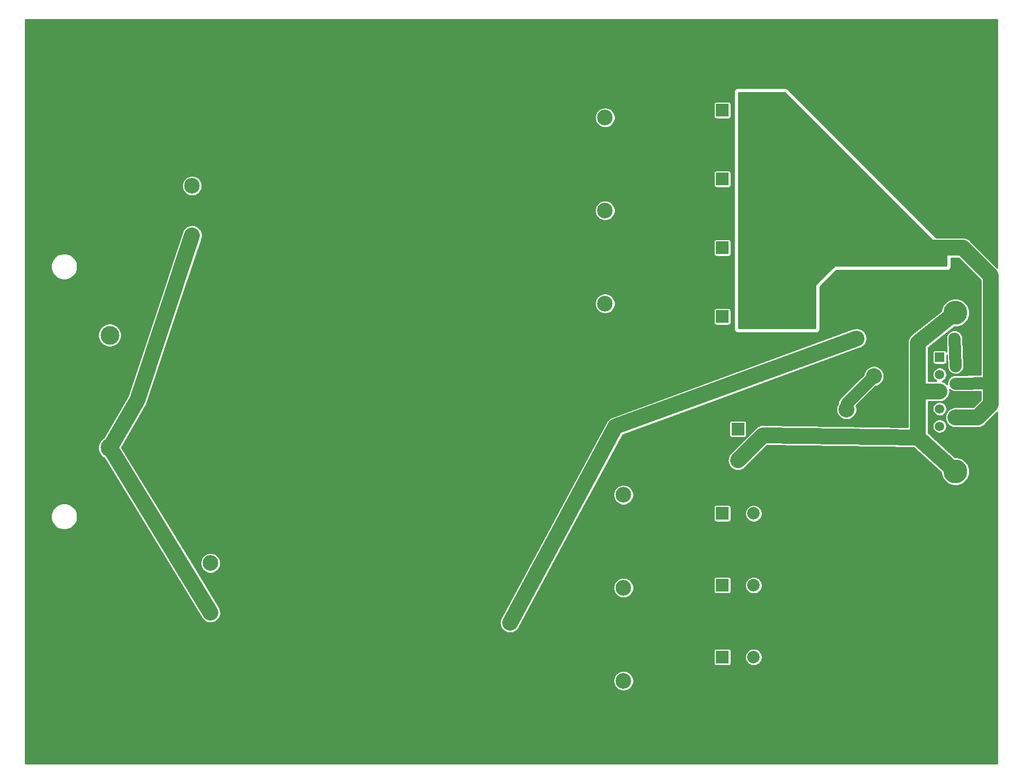
<source format=gbr>
G04 #@! TF.GenerationSoftware,KiCad,Pcbnew,(5.1.0)-1*
G04 #@! TF.CreationDate,2019-05-17T11:45:57-07:00*
G04 #@! TF.ProjectId,pwr supply rev 4,70777220-7375-4707-906c-792072657620,rev?*
G04 #@! TF.SameCoordinates,Original*
G04 #@! TF.FileFunction,Copper,L1,Top*
G04 #@! TF.FilePolarity,Positive*
%FSLAX46Y46*%
G04 Gerber Fmt 4.6, Leading zero omitted, Abs format (unit mm)*
G04 Created by KiCad (PCBNEW (5.1.0)-1) date 2019-05-17 11:45:57*
%MOMM*%
%LPD*%
G04 APERTURE LIST*
%ADD10R,2.000000X2.000000*%
%ADD11C,2.000000*%
%ADD12C,3.000000*%
%ADD13C,3.810000*%
%ADD14R,1.520000X1.520000*%
%ADD15C,1.520000*%
%ADD16C,2.500000*%
%ADD17C,1.905000*%
%ADD18C,2.540000*%
%ADD19C,0.600000*%
%ADD20C,2.540000*%
%ADD21C,1.905000*%
%ADD22C,0.254000*%
G04 APERTURE END LIST*
D10*
X117500000Y-102500000D03*
D11*
X122500000Y-102500000D03*
D10*
X117500000Y-48000000D03*
D11*
X122500000Y-48000000D03*
D10*
X117500000Y-91000000D03*
D11*
X122500000Y-91000000D03*
D10*
X117500000Y-37000000D03*
D11*
X122500000Y-37000000D03*
D10*
X117500000Y-79500000D03*
D11*
X122500000Y-79500000D03*
D10*
X117500000Y-26000000D03*
D11*
X122500000Y-26000000D03*
D10*
X120000000Y-66000000D03*
D11*
X120000000Y-71000000D03*
D10*
X117500000Y-15000000D03*
D11*
X122500000Y-15000000D03*
D12*
X19400000Y-60000000D03*
X19400000Y-51000000D03*
X19400000Y-69000000D03*
D13*
X154840000Y-72790000D03*
X154840000Y-47390000D03*
D14*
X152300000Y-54500000D03*
D15*
X152300000Y-57290000D03*
X152300000Y-59960000D03*
X152300000Y-62760000D03*
X152300000Y-65550000D03*
X154840000Y-55900000D03*
X154840000Y-58690000D03*
X154840000Y-61360000D03*
X154840000Y-64150000D03*
D16*
X101670000Y-76535000D03*
X101670000Y-91415000D03*
X35530000Y-87455000D03*
X35530000Y-95375000D03*
X101670000Y-106295000D03*
X98720000Y-45920000D03*
X32580000Y-35000000D03*
X32580000Y-27080000D03*
X98720000Y-31040000D03*
X98720000Y-16160000D03*
D17*
X154680000Y-51500000D03*
D18*
X83500000Y-97000000D03*
X139000000Y-51500000D03*
X137380000Y-62880000D03*
X141770000Y-57530000D03*
X157540000Y-53570000D03*
X158460000Y-68330000D03*
D19*
X153670000Y-118745000D03*
X140970000Y-118745000D03*
X128270000Y-118745000D03*
X115570000Y-118745000D03*
X102870000Y-118745000D03*
X90170000Y-118745000D03*
X77470000Y-118745000D03*
X64770000Y-118745000D03*
X52070000Y-118745000D03*
X39370000Y-118745000D03*
X26670000Y-118745000D03*
X13970000Y-118745000D03*
X6670000Y-118745000D03*
X153670000Y-1270000D03*
X140970000Y-1270000D03*
X128270000Y-1270000D03*
X115570000Y-1270000D03*
X102870000Y-1270000D03*
X90170000Y-1270000D03*
X77470000Y-1270000D03*
X64770000Y-1270000D03*
X52070000Y-1270000D03*
X39370000Y-1270000D03*
X26670000Y-1270000D03*
X13970000Y-1270000D03*
X6670000Y-1270000D03*
D18*
X9075000Y-111750000D03*
D20*
X124000000Y-67000000D02*
X148810000Y-67350000D01*
X148810000Y-67350000D02*
X148830000Y-59960000D01*
X154840000Y-72790000D02*
X148810000Y-67350000D01*
X152300000Y-59960000D02*
X148830000Y-59960000D01*
X148830000Y-52190000D02*
X148830000Y-59960000D01*
X154840000Y-47390000D02*
X148830000Y-52190000D01*
X124000000Y-67000000D02*
X120000000Y-71000000D01*
X160500000Y-58610000D02*
X160500000Y-62000000D01*
X160500000Y-41500000D02*
X160500000Y-58610000D01*
D21*
X154840000Y-58690000D02*
X160500000Y-58610000D01*
D20*
X122500000Y-37000000D02*
X156000000Y-37000000D01*
X158350000Y-64150000D02*
X154840000Y-64150000D01*
X160500000Y-62000000D02*
X158350000Y-64150000D01*
X156000000Y-37000000D02*
X160500000Y-41500000D01*
D21*
X122500000Y-26000000D02*
X122500000Y-15000000D01*
X122500000Y-37000000D02*
X122500000Y-26000000D01*
X122500000Y-48000000D02*
X122500000Y-37000000D01*
X154840000Y-55900000D02*
X154680000Y-51500000D01*
D20*
X83500000Y-97000000D02*
X100400000Y-65625000D01*
X100400000Y-65625000D02*
X139000000Y-51500000D01*
D21*
X141770000Y-57530000D02*
X137380000Y-61920000D01*
X137380000Y-61920000D02*
X137380000Y-62880000D01*
D22*
X140970000Y-118745000D02*
X153670000Y-118745000D01*
X128270000Y-118745000D02*
X140970000Y-118745000D01*
X115570000Y-118745000D02*
X128270000Y-118745000D01*
X102870000Y-118745000D02*
X115570000Y-118745000D01*
X90170000Y-118745000D02*
X102870000Y-118745000D01*
X77470000Y-118745000D02*
X90170000Y-118745000D01*
X64770000Y-118745000D02*
X77470000Y-118745000D01*
X52070000Y-118745000D02*
X64770000Y-118745000D01*
X39370000Y-118745000D02*
X52070000Y-118745000D01*
X26670000Y-118745000D02*
X39370000Y-118745000D01*
X13970000Y-118745000D02*
X26670000Y-118745000D01*
X140970000Y-1270000D02*
X153670000Y-1270000D01*
X128270000Y-1270000D02*
X140970000Y-1270000D01*
X115570000Y-1270000D02*
X128270000Y-1270000D01*
X102870000Y-1270000D02*
X115570000Y-1270000D01*
X90170000Y-1270000D02*
X102870000Y-1270000D01*
X77470000Y-1270000D02*
X90170000Y-1270000D01*
X64770000Y-1270000D02*
X77470000Y-1270000D01*
X52070000Y-1270000D02*
X64770000Y-1270000D01*
X39370000Y-1270000D02*
X52070000Y-1270000D01*
X26670000Y-1270000D02*
X39370000Y-1270000D01*
X13970000Y-1270000D02*
X26670000Y-1270000D01*
X9075000Y-111750000D02*
X9125000Y-118800000D01*
X9125000Y-118800000D02*
X6670000Y-118745000D01*
X13970000Y-118745000D02*
X9125000Y-118800000D01*
X6670000Y-1270000D02*
X13970000Y-1270000D01*
X7600000Y-43450000D02*
X6670000Y-1270000D01*
X19400000Y-60000000D02*
X7600000Y-43450000D01*
X9075000Y-111750000D02*
X7775000Y-73825000D01*
X7775000Y-73825000D02*
X19400000Y-60000000D01*
D20*
X23800000Y-61350000D02*
X32580000Y-35000000D01*
X35530000Y-95375000D02*
X19400000Y-69000000D01*
X19400000Y-69000000D02*
X23800000Y-61350000D01*
D22*
G36*
X161544000Y-40209133D02*
G01*
X157224787Y-35889921D01*
X157173082Y-35826918D01*
X156921684Y-35620602D01*
X156634867Y-35467295D01*
X156323653Y-35372889D01*
X156081104Y-35349000D01*
X156081101Y-35349000D01*
X156000000Y-35341012D01*
X155918899Y-35349000D01*
X151747026Y-35349000D01*
X127949013Y-11550987D01*
X127852787Y-11472017D01*
X127743004Y-11413336D01*
X127623882Y-11377201D01*
X127500000Y-11365000D01*
X120000000Y-11365000D01*
X119876118Y-11377201D01*
X119756996Y-11413336D01*
X119647213Y-11472017D01*
X119550987Y-11550987D01*
X119472017Y-11647213D01*
X119413336Y-11756996D01*
X119377201Y-11876118D01*
X119365000Y-12000000D01*
X119365000Y-50000000D01*
X119377201Y-50123882D01*
X119413336Y-50243004D01*
X119472017Y-50352787D01*
X119550987Y-50449013D01*
X119647213Y-50527983D01*
X119756996Y-50586664D01*
X119876118Y-50622799D01*
X120000000Y-50635000D01*
X132500000Y-50635000D01*
X132623882Y-50622799D01*
X132743004Y-50586664D01*
X132852787Y-50527983D01*
X132949013Y-50449013D01*
X133027983Y-50352787D01*
X133086664Y-50243004D01*
X133122799Y-50123882D01*
X133135000Y-50000000D01*
X133135000Y-43263026D01*
X135763026Y-40635000D01*
X153500000Y-40635000D01*
X153623882Y-40622799D01*
X153743004Y-40586664D01*
X153852787Y-40527983D01*
X153949013Y-40449013D01*
X154027983Y-40352787D01*
X154086664Y-40243004D01*
X154122799Y-40123882D01*
X154135000Y-40000000D01*
X154135000Y-38651000D01*
X155316134Y-38651000D01*
X158849000Y-42183867D01*
X158849001Y-57299703D01*
X154755653Y-57357559D01*
X154560041Y-57379621D01*
X154309779Y-57459417D01*
X154079892Y-57586504D01*
X153879215Y-57755997D01*
X153715462Y-57961384D01*
X153594923Y-58194771D01*
X153522232Y-58447188D01*
X153500182Y-58708937D01*
X153514696Y-58837625D01*
X153473082Y-58786918D01*
X153221684Y-58580602D01*
X152934867Y-58427295D01*
X152704564Y-58357433D01*
X152840466Y-58301141D01*
X153027345Y-58176273D01*
X153186273Y-58017345D01*
X153311141Y-57830466D01*
X153397152Y-57622817D01*
X153441000Y-57402379D01*
X153441000Y-57177621D01*
X153397152Y-56957183D01*
X153311141Y-56749534D01*
X153186273Y-56562655D01*
X153027345Y-56403727D01*
X152840466Y-56278859D01*
X152632817Y-56192848D01*
X152412379Y-56149000D01*
X152187621Y-56149000D01*
X151967183Y-56192848D01*
X151759534Y-56278859D01*
X151572655Y-56403727D01*
X151413727Y-56562655D01*
X151288859Y-56749534D01*
X151202848Y-56957183D01*
X151159000Y-57177621D01*
X151159000Y-57402379D01*
X151202848Y-57622817D01*
X151288859Y-57830466D01*
X151413727Y-58017345D01*
X151572655Y-58176273D01*
X151759534Y-58301141D01*
X151778507Y-58309000D01*
X150481000Y-58309000D01*
X150481000Y-53740000D01*
X151157157Y-53740000D01*
X151157157Y-55260000D01*
X151164513Y-55334689D01*
X151186299Y-55406508D01*
X151221678Y-55472696D01*
X151269289Y-55530711D01*
X151327304Y-55578322D01*
X151393492Y-55613701D01*
X151465311Y-55635487D01*
X151540000Y-55642843D01*
X153060000Y-55642843D01*
X153134689Y-55635487D01*
X153206508Y-55613701D01*
X153272696Y-55578322D01*
X153330711Y-55530711D01*
X153378322Y-55472696D01*
X153413701Y-55406508D01*
X153435487Y-55334689D01*
X153442843Y-55260000D01*
X153442843Y-54173650D01*
X153509762Y-56013923D01*
X153536163Y-56208996D01*
X153621498Y-56457424D01*
X153753660Y-56684432D01*
X153927569Y-56881294D01*
X154136542Y-57040445D01*
X154372549Y-57155770D01*
X154626519Y-57222836D01*
X154888693Y-57239066D01*
X155148997Y-57203837D01*
X155397425Y-57118502D01*
X155624432Y-56986340D01*
X155821294Y-56812431D01*
X155980445Y-56603458D01*
X156095770Y-56367451D01*
X156162836Y-56113481D01*
X156174999Y-55917005D01*
X156013500Y-51475782D01*
X156013500Y-51368662D01*
X155995919Y-51280279D01*
X155983837Y-51191003D01*
X155970353Y-51151748D01*
X155962254Y-51111032D01*
X155927770Y-51027781D01*
X155898502Y-50942575D01*
X155877619Y-50906705D01*
X155861732Y-50868351D01*
X155811665Y-50793420D01*
X155766340Y-50715568D01*
X155738865Y-50684467D01*
X155715797Y-50649943D01*
X155652068Y-50586214D01*
X155592431Y-50518706D01*
X155559417Y-50493563D01*
X155530057Y-50464203D01*
X155455121Y-50414132D01*
X155383458Y-50359555D01*
X155346170Y-50341334D01*
X155311649Y-50318268D01*
X155228390Y-50283781D01*
X155147451Y-50244230D01*
X155107324Y-50233634D01*
X155068968Y-50217746D01*
X154980583Y-50200165D01*
X154893481Y-50177164D01*
X154852058Y-50174600D01*
X154811338Y-50166500D01*
X154721218Y-50166500D01*
X154631307Y-50160934D01*
X154590180Y-50166500D01*
X154548662Y-50166500D01*
X154460279Y-50184081D01*
X154371003Y-50196163D01*
X154331748Y-50209647D01*
X154291032Y-50217746D01*
X154207781Y-50252230D01*
X154122575Y-50281498D01*
X154086705Y-50302381D01*
X154048351Y-50318268D01*
X153973420Y-50368335D01*
X153895568Y-50413660D01*
X153864467Y-50441135D01*
X153829943Y-50464203D01*
X153766214Y-50527932D01*
X153698706Y-50587569D01*
X153673563Y-50620583D01*
X153644203Y-50649943D01*
X153594132Y-50724879D01*
X153539555Y-50796542D01*
X153521334Y-50833830D01*
X153498268Y-50868351D01*
X153463781Y-50951610D01*
X153424230Y-51032549D01*
X153413634Y-51072676D01*
X153397746Y-51111032D01*
X153380165Y-51199417D01*
X153357164Y-51286519D01*
X153354600Y-51327942D01*
X153346500Y-51368662D01*
X153346500Y-51458781D01*
X153345001Y-51482995D01*
X153346500Y-51524218D01*
X153346500Y-51631338D01*
X153351267Y-51655302D01*
X153422842Y-53623626D01*
X153413701Y-53593492D01*
X153378322Y-53527304D01*
X153330711Y-53469289D01*
X153272696Y-53421678D01*
X153206508Y-53386299D01*
X153134689Y-53364513D01*
X153060000Y-53357157D01*
X151540000Y-53357157D01*
X151465311Y-53364513D01*
X151393492Y-53386299D01*
X151327304Y-53421678D01*
X151269289Y-53469289D01*
X151221678Y-53527304D01*
X151186299Y-53593492D01*
X151164513Y-53665311D01*
X151157157Y-53740000D01*
X150481000Y-53740000D01*
X150481000Y-52984336D01*
X154623314Y-49676000D01*
X155065151Y-49676000D01*
X155506802Y-49588150D01*
X155922827Y-49415827D01*
X156297240Y-49165652D01*
X156615652Y-48847240D01*
X156865827Y-48472827D01*
X157038150Y-48056802D01*
X157126000Y-47615151D01*
X157126000Y-47164849D01*
X157038150Y-46723198D01*
X156865827Y-46307173D01*
X156615652Y-45932760D01*
X156297240Y-45614348D01*
X155922827Y-45364173D01*
X155506802Y-45191850D01*
X155065151Y-45104000D01*
X154614849Y-45104000D01*
X154173198Y-45191850D01*
X153757173Y-45364173D01*
X153382760Y-45614348D01*
X153064348Y-45932760D01*
X152814173Y-46307173D01*
X152641850Y-46723198D01*
X152568669Y-47091102D01*
X147918084Y-50805381D01*
X147908316Y-50810602D01*
X147791059Y-50906832D01*
X147736304Y-50950563D01*
X147728433Y-50958228D01*
X147656918Y-51016918D01*
X147612191Y-51071418D01*
X147561690Y-51120594D01*
X147509283Y-51196813D01*
X147450602Y-51268317D01*
X147417371Y-51330488D01*
X147377430Y-51388577D01*
X147340901Y-51473554D01*
X147297295Y-51555134D01*
X147276830Y-51622600D01*
X147248991Y-51687359D01*
X147229742Y-51777826D01*
X147202889Y-51866348D01*
X147195979Y-51936506D01*
X147181308Y-52005457D01*
X147180078Y-52097947D01*
X147179000Y-52108897D01*
X147179000Y-52179071D01*
X147176985Y-52330646D01*
X147179000Y-52341531D01*
X147179001Y-59878886D01*
X147171012Y-59960000D01*
X147178781Y-60038879D01*
X147163526Y-65675609D01*
X124092720Y-65350145D01*
X123999999Y-65341012D01*
X123849745Y-65355811D01*
X123699331Y-65368486D01*
X123688038Y-65371739D01*
X123676347Y-65372890D01*
X123531886Y-65416712D01*
X123386817Y-65458493D01*
X123376379Y-65463884D01*
X123365132Y-65467296D01*
X123231925Y-65538496D01*
X123097866Y-65607739D01*
X123088686Y-65615059D01*
X123078315Y-65620602D01*
X122961567Y-65716415D01*
X122843582Y-65810488D01*
X122783474Y-65881659D01*
X118775218Y-69889916D01*
X118620602Y-70078317D01*
X118467296Y-70365133D01*
X118372890Y-70676348D01*
X118341012Y-71000000D01*
X118372890Y-71323652D01*
X118467296Y-71634867D01*
X118620602Y-71921683D01*
X118826919Y-72173081D01*
X119078317Y-72379398D01*
X119365133Y-72532704D01*
X119676348Y-72627110D01*
X120000000Y-72658988D01*
X120323652Y-72627110D01*
X120634867Y-72532704D01*
X120921683Y-72379398D01*
X121110084Y-72224782D01*
X124674192Y-68660675D01*
X148165427Y-68992070D01*
X152554000Y-72951248D01*
X152554000Y-73015151D01*
X152641850Y-73456802D01*
X152814173Y-73872827D01*
X153064348Y-74247240D01*
X153382760Y-74565652D01*
X153757173Y-74815827D01*
X154173198Y-74988150D01*
X154614849Y-75076000D01*
X155065151Y-75076000D01*
X155506802Y-74988150D01*
X155922827Y-74815827D01*
X156297240Y-74565652D01*
X156615652Y-74247240D01*
X156865827Y-73872827D01*
X157038150Y-73456802D01*
X157126000Y-73015151D01*
X157126000Y-72564849D01*
X157038150Y-72123198D01*
X156865827Y-71707173D01*
X156615652Y-71332760D01*
X156297240Y-71014348D01*
X155922827Y-70764173D01*
X155506802Y-70591850D01*
X155065151Y-70504000D01*
X154770805Y-70504000D01*
X150462988Y-66617677D01*
X150466181Y-65437621D01*
X151159000Y-65437621D01*
X151159000Y-65662379D01*
X151202848Y-65882817D01*
X151288859Y-66090466D01*
X151413727Y-66277345D01*
X151572655Y-66436273D01*
X151759534Y-66561141D01*
X151967183Y-66647152D01*
X152187621Y-66691000D01*
X152412379Y-66691000D01*
X152632817Y-66647152D01*
X152840466Y-66561141D01*
X153027345Y-66436273D01*
X153186273Y-66277345D01*
X153311141Y-66090466D01*
X153397152Y-65882817D01*
X153441000Y-65662379D01*
X153441000Y-65437621D01*
X153397152Y-65217183D01*
X153311141Y-65009534D01*
X153186273Y-64822655D01*
X153027345Y-64663727D01*
X152840466Y-64538859D01*
X152632817Y-64452848D01*
X152412379Y-64409000D01*
X152187621Y-64409000D01*
X151967183Y-64452848D01*
X151759534Y-64538859D01*
X151572655Y-64663727D01*
X151413727Y-64822655D01*
X151288859Y-65009534D01*
X151202848Y-65217183D01*
X151159000Y-65437621D01*
X150466181Y-65437621D01*
X150473731Y-62647621D01*
X151159000Y-62647621D01*
X151159000Y-62872379D01*
X151202848Y-63092817D01*
X151288859Y-63300466D01*
X151413727Y-63487345D01*
X151572655Y-63646273D01*
X151759534Y-63771141D01*
X151967183Y-63857152D01*
X152187621Y-63901000D01*
X152412379Y-63901000D01*
X152632817Y-63857152D01*
X152840466Y-63771141D01*
X153027345Y-63646273D01*
X153186273Y-63487345D01*
X153311141Y-63300466D01*
X153397152Y-63092817D01*
X153441000Y-62872379D01*
X153441000Y-62647621D01*
X153397152Y-62427183D01*
X153311141Y-62219534D01*
X153186273Y-62032655D01*
X153027345Y-61873727D01*
X152840466Y-61748859D01*
X152632817Y-61662848D01*
X152412379Y-61619000D01*
X152187621Y-61619000D01*
X151967183Y-61662848D01*
X151759534Y-61748859D01*
X151572655Y-61873727D01*
X151413727Y-62032655D01*
X151288859Y-62219534D01*
X151202848Y-62427183D01*
X151159000Y-62647621D01*
X150473731Y-62647621D01*
X150476537Y-61611000D01*
X152381104Y-61611000D01*
X152623653Y-61587111D01*
X152934867Y-61492705D01*
X153221684Y-61339398D01*
X153473082Y-61133082D01*
X153679398Y-60881684D01*
X153832705Y-60594867D01*
X153927111Y-60283653D01*
X153958988Y-59960000D01*
X153930453Y-59670284D01*
X154111384Y-59814538D01*
X154344771Y-59935077D01*
X154597188Y-60007768D01*
X154793345Y-60024292D01*
X158849000Y-59966969D01*
X158849001Y-61316132D01*
X157666134Y-62499000D01*
X154758896Y-62499000D01*
X154516347Y-62522889D01*
X154205133Y-62617295D01*
X153918316Y-62770602D01*
X153666918Y-62976918D01*
X153460602Y-63228316D01*
X153307295Y-63515133D01*
X153212889Y-63826347D01*
X153181012Y-64150000D01*
X153212889Y-64473653D01*
X153307295Y-64784867D01*
X153460602Y-65071684D01*
X153666918Y-65323082D01*
X153918316Y-65529398D01*
X154205133Y-65682705D01*
X154516347Y-65777111D01*
X154758896Y-65801000D01*
X158268899Y-65801000D01*
X158350000Y-65808988D01*
X158431101Y-65801000D01*
X158431104Y-65801000D01*
X158673653Y-65777111D01*
X158984867Y-65682705D01*
X159271684Y-65529398D01*
X159523082Y-65323082D01*
X159574787Y-65260079D01*
X161544001Y-63290866D01*
X161544001Y-119544000D01*
X5856000Y-119544000D01*
X5856000Y-106134360D01*
X100039000Y-106134360D01*
X100039000Y-106455640D01*
X100101678Y-106770745D01*
X100224626Y-107067568D01*
X100403119Y-107334702D01*
X100630298Y-107561881D01*
X100897432Y-107740374D01*
X101194255Y-107863322D01*
X101509360Y-107926000D01*
X101830640Y-107926000D01*
X102145745Y-107863322D01*
X102442568Y-107740374D01*
X102709702Y-107561881D01*
X102936881Y-107334702D01*
X103115374Y-107067568D01*
X103238322Y-106770745D01*
X103301000Y-106455640D01*
X103301000Y-106134360D01*
X103238322Y-105819255D01*
X103115374Y-105522432D01*
X102936881Y-105255298D01*
X102709702Y-105028119D01*
X102442568Y-104849626D01*
X102145745Y-104726678D01*
X101830640Y-104664000D01*
X101509360Y-104664000D01*
X101194255Y-104726678D01*
X100897432Y-104849626D01*
X100630298Y-105028119D01*
X100403119Y-105255298D01*
X100224626Y-105522432D01*
X100101678Y-105819255D01*
X100039000Y-106134360D01*
X5856000Y-106134360D01*
X5856000Y-101500000D01*
X116117157Y-101500000D01*
X116117157Y-103500000D01*
X116124513Y-103574689D01*
X116146299Y-103646508D01*
X116181678Y-103712696D01*
X116229289Y-103770711D01*
X116287304Y-103818322D01*
X116353492Y-103853701D01*
X116425311Y-103875487D01*
X116500000Y-103882843D01*
X118500000Y-103882843D01*
X118574689Y-103875487D01*
X118646508Y-103853701D01*
X118712696Y-103818322D01*
X118770711Y-103770711D01*
X118818322Y-103712696D01*
X118853701Y-103646508D01*
X118875487Y-103574689D01*
X118882843Y-103500000D01*
X118882843Y-102363983D01*
X121119000Y-102363983D01*
X121119000Y-102636017D01*
X121172071Y-102902823D01*
X121276174Y-103154149D01*
X121427307Y-103380336D01*
X121619664Y-103572693D01*
X121845851Y-103723826D01*
X122097177Y-103827929D01*
X122363983Y-103881000D01*
X122636017Y-103881000D01*
X122902823Y-103827929D01*
X123154149Y-103723826D01*
X123380336Y-103572693D01*
X123572693Y-103380336D01*
X123723826Y-103154149D01*
X123827929Y-102902823D01*
X123881000Y-102636017D01*
X123881000Y-102363983D01*
X123827929Y-102097177D01*
X123723826Y-101845851D01*
X123572693Y-101619664D01*
X123380336Y-101427307D01*
X123154149Y-101276174D01*
X122902823Y-101172071D01*
X122636017Y-101119000D01*
X122363983Y-101119000D01*
X122097177Y-101172071D01*
X121845851Y-101276174D01*
X121619664Y-101427307D01*
X121427307Y-101619664D01*
X121276174Y-101845851D01*
X121172071Y-102097177D01*
X121119000Y-102363983D01*
X118882843Y-102363983D01*
X118882843Y-101500000D01*
X118875487Y-101425311D01*
X118853701Y-101353492D01*
X118818322Y-101287304D01*
X118770711Y-101229289D01*
X118712696Y-101181678D01*
X118646508Y-101146299D01*
X118574689Y-101124513D01*
X118500000Y-101117157D01*
X116500000Y-101117157D01*
X116425311Y-101124513D01*
X116353492Y-101146299D01*
X116287304Y-101181678D01*
X116229289Y-101229289D01*
X116181678Y-101287304D01*
X116146299Y-101353492D01*
X116124513Y-101425311D01*
X116117157Y-101500000D01*
X5856000Y-101500000D01*
X5856000Y-97157308D01*
X81848488Y-97157308D01*
X81849000Y-97159926D01*
X81849000Y-97162609D01*
X81880276Y-97319843D01*
X81910910Y-97476480D01*
X81911924Y-97478951D01*
X81912447Y-97481579D01*
X81973788Y-97629669D01*
X82034401Y-97777340D01*
X82035876Y-97779563D01*
X82036903Y-97782042D01*
X82126004Y-97915390D01*
X82214214Y-98048328D01*
X82216095Y-98050221D01*
X82217585Y-98052451D01*
X82330921Y-98165787D01*
X82443438Y-98279029D01*
X82445654Y-98280520D01*
X82447549Y-98282415D01*
X82580825Y-98371467D01*
X82713266Y-98460578D01*
X82715728Y-98461607D01*
X82717958Y-98463097D01*
X82866130Y-98524472D01*
X83013329Y-98585998D01*
X83015943Y-98586527D01*
X83018421Y-98587553D01*
X83175721Y-98618842D01*
X83332092Y-98650468D01*
X83334760Y-98650477D01*
X83337391Y-98651000D01*
X83497815Y-98651000D01*
X83657308Y-98651512D01*
X83659926Y-98651000D01*
X83662609Y-98651000D01*
X83819843Y-98619724D01*
X83976480Y-98589090D01*
X83978951Y-98588076D01*
X83981579Y-98587553D01*
X84129669Y-98526212D01*
X84277340Y-98465599D01*
X84279563Y-98464124D01*
X84282042Y-98463097D01*
X84415390Y-98373996D01*
X84548328Y-98285786D01*
X84550221Y-98283905D01*
X84552451Y-98282415D01*
X84665787Y-98169079D01*
X84779029Y-98056562D01*
X84780520Y-98054346D01*
X84782415Y-98052451D01*
X84871445Y-97919209D01*
X84915084Y-97854350D01*
X84916339Y-97852020D01*
X84963097Y-97782042D01*
X84993272Y-97709194D01*
X88470138Y-91254360D01*
X100039000Y-91254360D01*
X100039000Y-91575640D01*
X100101678Y-91890745D01*
X100224626Y-92187568D01*
X100403119Y-92454702D01*
X100630298Y-92681881D01*
X100897432Y-92860374D01*
X101194255Y-92983322D01*
X101509360Y-93046000D01*
X101830640Y-93046000D01*
X102145745Y-92983322D01*
X102442568Y-92860374D01*
X102709702Y-92681881D01*
X102936881Y-92454702D01*
X103115374Y-92187568D01*
X103238322Y-91890745D01*
X103301000Y-91575640D01*
X103301000Y-91254360D01*
X103238322Y-90939255D01*
X103115374Y-90642432D01*
X102936881Y-90375298D01*
X102709702Y-90148119D01*
X102488026Y-90000000D01*
X116117157Y-90000000D01*
X116117157Y-92000000D01*
X116124513Y-92074689D01*
X116146299Y-92146508D01*
X116181678Y-92212696D01*
X116229289Y-92270711D01*
X116287304Y-92318322D01*
X116353492Y-92353701D01*
X116425311Y-92375487D01*
X116500000Y-92382843D01*
X118500000Y-92382843D01*
X118574689Y-92375487D01*
X118646508Y-92353701D01*
X118712696Y-92318322D01*
X118770711Y-92270711D01*
X118818322Y-92212696D01*
X118853701Y-92146508D01*
X118875487Y-92074689D01*
X118882843Y-92000000D01*
X118882843Y-90863983D01*
X121119000Y-90863983D01*
X121119000Y-91136017D01*
X121172071Y-91402823D01*
X121276174Y-91654149D01*
X121427307Y-91880336D01*
X121619664Y-92072693D01*
X121845851Y-92223826D01*
X122097177Y-92327929D01*
X122363983Y-92381000D01*
X122636017Y-92381000D01*
X122902823Y-92327929D01*
X123154149Y-92223826D01*
X123380336Y-92072693D01*
X123572693Y-91880336D01*
X123723826Y-91654149D01*
X123827929Y-91402823D01*
X123881000Y-91136017D01*
X123881000Y-90863983D01*
X123827929Y-90597177D01*
X123723826Y-90345851D01*
X123572693Y-90119664D01*
X123380336Y-89927307D01*
X123154149Y-89776174D01*
X122902823Y-89672071D01*
X122636017Y-89619000D01*
X122363983Y-89619000D01*
X122097177Y-89672071D01*
X121845851Y-89776174D01*
X121619664Y-89927307D01*
X121427307Y-90119664D01*
X121276174Y-90345851D01*
X121172071Y-90597177D01*
X121119000Y-90863983D01*
X118882843Y-90863983D01*
X118882843Y-90000000D01*
X118875487Y-89925311D01*
X118853701Y-89853492D01*
X118818322Y-89787304D01*
X118770711Y-89729289D01*
X118712696Y-89681678D01*
X118646508Y-89646299D01*
X118574689Y-89624513D01*
X118500000Y-89617157D01*
X116500000Y-89617157D01*
X116425311Y-89624513D01*
X116353492Y-89646299D01*
X116287304Y-89681678D01*
X116229289Y-89729289D01*
X116181678Y-89787304D01*
X116146299Y-89853492D01*
X116124513Y-89925311D01*
X116117157Y-90000000D01*
X102488026Y-90000000D01*
X102442568Y-89969626D01*
X102145745Y-89846678D01*
X101830640Y-89784000D01*
X101509360Y-89784000D01*
X101194255Y-89846678D01*
X100897432Y-89969626D01*
X100630298Y-90148119D01*
X100403119Y-90375298D01*
X100224626Y-90642432D01*
X100101678Y-90939255D01*
X100039000Y-91254360D01*
X88470138Y-91254360D01*
X95340215Y-78500000D01*
X116117157Y-78500000D01*
X116117157Y-80500000D01*
X116124513Y-80574689D01*
X116146299Y-80646508D01*
X116181678Y-80712696D01*
X116229289Y-80770711D01*
X116287304Y-80818322D01*
X116353492Y-80853701D01*
X116425311Y-80875487D01*
X116500000Y-80882843D01*
X118500000Y-80882843D01*
X118574689Y-80875487D01*
X118646508Y-80853701D01*
X118712696Y-80818322D01*
X118770711Y-80770711D01*
X118818322Y-80712696D01*
X118853701Y-80646508D01*
X118875487Y-80574689D01*
X118882843Y-80500000D01*
X118882843Y-79363983D01*
X121119000Y-79363983D01*
X121119000Y-79636017D01*
X121172071Y-79902823D01*
X121276174Y-80154149D01*
X121427307Y-80380336D01*
X121619664Y-80572693D01*
X121845851Y-80723826D01*
X122097177Y-80827929D01*
X122363983Y-80881000D01*
X122636017Y-80881000D01*
X122902823Y-80827929D01*
X123154149Y-80723826D01*
X123380336Y-80572693D01*
X123572693Y-80380336D01*
X123723826Y-80154149D01*
X123827929Y-79902823D01*
X123881000Y-79636017D01*
X123881000Y-79363983D01*
X123827929Y-79097177D01*
X123723826Y-78845851D01*
X123572693Y-78619664D01*
X123380336Y-78427307D01*
X123154149Y-78276174D01*
X122902823Y-78172071D01*
X122636017Y-78119000D01*
X122363983Y-78119000D01*
X122097177Y-78172071D01*
X121845851Y-78276174D01*
X121619664Y-78427307D01*
X121427307Y-78619664D01*
X121276174Y-78845851D01*
X121172071Y-79097177D01*
X121119000Y-79363983D01*
X118882843Y-79363983D01*
X118882843Y-78500000D01*
X118875487Y-78425311D01*
X118853701Y-78353492D01*
X118818322Y-78287304D01*
X118770711Y-78229289D01*
X118712696Y-78181678D01*
X118646508Y-78146299D01*
X118574689Y-78124513D01*
X118500000Y-78117157D01*
X116500000Y-78117157D01*
X116425311Y-78124513D01*
X116353492Y-78146299D01*
X116287304Y-78181678D01*
X116229289Y-78229289D01*
X116181678Y-78287304D01*
X116146299Y-78353492D01*
X116124513Y-78425311D01*
X116117157Y-78500000D01*
X95340215Y-78500000D01*
X96485182Y-76374360D01*
X100039000Y-76374360D01*
X100039000Y-76695640D01*
X100101678Y-77010745D01*
X100224626Y-77307568D01*
X100403119Y-77574702D01*
X100630298Y-77801881D01*
X100897432Y-77980374D01*
X101194255Y-78103322D01*
X101509360Y-78166000D01*
X101830640Y-78166000D01*
X102145745Y-78103322D01*
X102442568Y-77980374D01*
X102709702Y-77801881D01*
X102936881Y-77574702D01*
X103115374Y-77307568D01*
X103238322Y-77010745D01*
X103301000Y-76695640D01*
X103301000Y-76374360D01*
X103238322Y-76059255D01*
X103115374Y-75762432D01*
X102936881Y-75495298D01*
X102709702Y-75268119D01*
X102442568Y-75089626D01*
X102145745Y-74966678D01*
X101830640Y-74904000D01*
X101509360Y-74904000D01*
X101194255Y-74966678D01*
X100897432Y-75089626D01*
X100630298Y-75268119D01*
X100403119Y-75495298D01*
X100224626Y-75762432D01*
X100101678Y-76059255D01*
X100039000Y-76374360D01*
X96485182Y-76374360D01*
X101556196Y-66959978D01*
X106912313Y-65000000D01*
X118617157Y-65000000D01*
X118617157Y-67000000D01*
X118624513Y-67074689D01*
X118646299Y-67146508D01*
X118681678Y-67212696D01*
X118729289Y-67270711D01*
X118787304Y-67318322D01*
X118853492Y-67353701D01*
X118925311Y-67375487D01*
X119000000Y-67382843D01*
X121000000Y-67382843D01*
X121074689Y-67375487D01*
X121146508Y-67353701D01*
X121212696Y-67318322D01*
X121270711Y-67270711D01*
X121318322Y-67212696D01*
X121353701Y-67146508D01*
X121375487Y-67074689D01*
X121382843Y-67000000D01*
X121382843Y-65000000D01*
X121375487Y-64925311D01*
X121353701Y-64853492D01*
X121318322Y-64787304D01*
X121270711Y-64729289D01*
X121212696Y-64681678D01*
X121146508Y-64646299D01*
X121074689Y-64624513D01*
X121000000Y-64617157D01*
X119000000Y-64617157D01*
X118925311Y-64624513D01*
X118853492Y-64646299D01*
X118787304Y-64681678D01*
X118729289Y-64729289D01*
X118681678Y-64787304D01*
X118646299Y-64853492D01*
X118624513Y-64925311D01*
X118617157Y-65000000D01*
X106912313Y-65000000D01*
X113150098Y-62717391D01*
X135729000Y-62717391D01*
X135729000Y-63042609D01*
X135792447Y-63361579D01*
X135916903Y-63662042D01*
X136097585Y-63932451D01*
X136327549Y-64162415D01*
X136597958Y-64343097D01*
X136898421Y-64467553D01*
X137217391Y-64531000D01*
X137542609Y-64531000D01*
X137861579Y-64467553D01*
X138162042Y-64343097D01*
X138432451Y-64162415D01*
X138662415Y-63932451D01*
X138843097Y-63662042D01*
X138967553Y-63361579D01*
X139031000Y-63042609D01*
X139031000Y-62717391D01*
X138967553Y-62398421D01*
X138914797Y-62271056D01*
X142022792Y-59163061D01*
X142251579Y-59117553D01*
X142552042Y-58993097D01*
X142822451Y-58812415D01*
X143052415Y-58582451D01*
X143233097Y-58312042D01*
X143357553Y-58011579D01*
X143421000Y-57692609D01*
X143421000Y-57367391D01*
X143357553Y-57048421D01*
X143233097Y-56747958D01*
X143052415Y-56477549D01*
X142822451Y-56247585D01*
X142552042Y-56066903D01*
X142251579Y-55942447D01*
X141932609Y-55879000D01*
X141607391Y-55879000D01*
X141288421Y-55942447D01*
X140987958Y-56066903D01*
X140717549Y-56247585D01*
X140487585Y-56477549D01*
X140306903Y-56747958D01*
X140182447Y-57048421D01*
X140136939Y-57277208D01*
X136483397Y-60930750D01*
X136432511Y-60972511D01*
X136390752Y-61023395D01*
X136265871Y-61175563D01*
X136237309Y-61229000D01*
X136142046Y-61407224D01*
X136065795Y-61658589D01*
X136046500Y-61854493D01*
X136046500Y-61854503D01*
X136040782Y-61912561D01*
X135916903Y-62097958D01*
X135792447Y-62398421D01*
X135729000Y-62717391D01*
X113150098Y-62717391D01*
X139447394Y-53094353D01*
X139481579Y-53087553D01*
X139599837Y-53038569D01*
X139643525Y-53022582D01*
X139674738Y-53007544D01*
X139782042Y-52963097D01*
X139820946Y-52937102D01*
X139863093Y-52916796D01*
X139955877Y-52846944D01*
X140052451Y-52782415D01*
X140085534Y-52749332D01*
X140122912Y-52721192D01*
X140200288Y-52634578D01*
X140282415Y-52552451D01*
X140308409Y-52513548D01*
X140339578Y-52478658D01*
X140398567Y-52378618D01*
X140463097Y-52282042D01*
X140481003Y-52238814D01*
X140504765Y-52198515D01*
X140543100Y-52088898D01*
X140587553Y-51981579D01*
X140596683Y-51935680D01*
X140612124Y-51891527D01*
X140628336Y-51776548D01*
X140651000Y-51662609D01*
X140651000Y-51615813D01*
X140657531Y-51569494D01*
X140651000Y-51453555D01*
X140651000Y-51337391D01*
X140641871Y-51291496D01*
X140639240Y-51244791D01*
X140610216Y-51132353D01*
X140587553Y-51018421D01*
X140569645Y-50975187D01*
X140557953Y-50929894D01*
X140507552Y-50825283D01*
X140463097Y-50717958D01*
X140437098Y-50679048D01*
X140416795Y-50636907D01*
X140346952Y-50544135D01*
X140282415Y-50447549D01*
X140249328Y-50414462D01*
X140221191Y-50377088D01*
X140134589Y-50299723D01*
X140052451Y-50217585D01*
X140013541Y-50191586D01*
X139978656Y-50160422D01*
X139878633Y-50101443D01*
X139782042Y-50036903D01*
X139738807Y-50018994D01*
X139698513Y-49995235D01*
X139588907Y-49956904D01*
X139481579Y-49912447D01*
X139435678Y-49903317D01*
X139391526Y-49887876D01*
X139276550Y-49871664D01*
X139162609Y-49849000D01*
X139115812Y-49849000D01*
X139069493Y-49842469D01*
X138953554Y-49849000D01*
X138837391Y-49849000D01*
X138791497Y-49858129D01*
X138744790Y-49860760D01*
X138632347Y-49889786D01*
X138518421Y-49912447D01*
X138400147Y-49961438D01*
X99955112Y-64029731D01*
X99923519Y-64035910D01*
X99802643Y-64085525D01*
X99756475Y-64102419D01*
X99727657Y-64116303D01*
X99622658Y-64159401D01*
X99581450Y-64186745D01*
X99536907Y-64208205D01*
X99446246Y-64276459D01*
X99351671Y-64339214D01*
X99316592Y-64374069D01*
X99277088Y-64403809D01*
X99201484Y-64488440D01*
X99120970Y-64568438D01*
X99093363Y-64609470D01*
X99060422Y-64646343D01*
X99002783Y-64744094D01*
X98984915Y-64770650D01*
X98961589Y-64813954D01*
X98895234Y-64926487D01*
X98884609Y-64956870D01*
X82083663Y-96147977D01*
X82036903Y-96217958D01*
X81975522Y-96366145D01*
X81914002Y-96513329D01*
X81913473Y-96515943D01*
X81912447Y-96518421D01*
X81881158Y-96675721D01*
X81849532Y-96832092D01*
X81849523Y-96834760D01*
X81849000Y-96837391D01*
X81849000Y-96997815D01*
X81848488Y-97157308D01*
X5856000Y-97157308D01*
X5856000Y-79790115D01*
X9969000Y-79790115D01*
X9969000Y-80209885D01*
X10050893Y-80621590D01*
X10211532Y-81009407D01*
X10444744Y-81358433D01*
X10741567Y-81655256D01*
X11090593Y-81888468D01*
X11478410Y-82049107D01*
X11890115Y-82131000D01*
X12309885Y-82131000D01*
X12721590Y-82049107D01*
X13109407Y-81888468D01*
X13458433Y-81655256D01*
X13755256Y-81358433D01*
X13988468Y-81009407D01*
X14149107Y-80621590D01*
X14231000Y-80209885D01*
X14231000Y-79790115D01*
X14149107Y-79378410D01*
X13988468Y-78990593D01*
X13755256Y-78641567D01*
X13458433Y-78344744D01*
X13109407Y-78111532D01*
X12721590Y-77950893D01*
X12309885Y-77869000D01*
X11890115Y-77869000D01*
X11478410Y-77950893D01*
X11090593Y-78111532D01*
X10741567Y-78344744D01*
X10444744Y-78641567D01*
X10211532Y-78990593D01*
X10050893Y-79378410D01*
X9969000Y-79790115D01*
X5856000Y-79790115D01*
X5856000Y-68814738D01*
X17519000Y-68814738D01*
X17519000Y-69185262D01*
X17591286Y-69548667D01*
X17733080Y-69890987D01*
X17938932Y-70199067D01*
X18200933Y-70461068D01*
X18466982Y-70638836D01*
X34163830Y-96305569D01*
X34310755Y-96500026D01*
X34553664Y-96716271D01*
X34834093Y-96880973D01*
X35141265Y-96987801D01*
X35463377Y-97032649D01*
X35788048Y-97013796D01*
X36102803Y-96931964D01*
X36395546Y-96790299D01*
X36655026Y-96594244D01*
X36871271Y-96351336D01*
X37035972Y-96070906D01*
X37142801Y-95763734D01*
X37187649Y-95441622D01*
X37168795Y-95116951D01*
X37086964Y-94802197D01*
X36980799Y-94582812D01*
X32523444Y-87294360D01*
X33899000Y-87294360D01*
X33899000Y-87615640D01*
X33961678Y-87930745D01*
X34084626Y-88227568D01*
X34263119Y-88494702D01*
X34490298Y-88721881D01*
X34757432Y-88900374D01*
X35054255Y-89023322D01*
X35369360Y-89086000D01*
X35690640Y-89086000D01*
X36005745Y-89023322D01*
X36302568Y-88900374D01*
X36569702Y-88721881D01*
X36796881Y-88494702D01*
X36975374Y-88227568D01*
X37098322Y-87930745D01*
X37161000Y-87615640D01*
X37161000Y-87294360D01*
X37098322Y-86979255D01*
X36975374Y-86682432D01*
X36796881Y-86415298D01*
X36569702Y-86188119D01*
X36302568Y-86009626D01*
X36005745Y-85886678D01*
X35690640Y-85824000D01*
X35369360Y-85824000D01*
X35054255Y-85886678D01*
X34757432Y-86009626D01*
X34490298Y-86188119D01*
X34263119Y-86415298D01*
X34084626Y-86682432D01*
X33961678Y-86979255D01*
X33899000Y-87294360D01*
X32523444Y-87294360D01*
X21319469Y-68974161D01*
X25192366Y-62240602D01*
X25241358Y-62171417D01*
X25306215Y-62026109D01*
X25371819Y-61880685D01*
X25390938Y-61798075D01*
X30735148Y-45759360D01*
X97089000Y-45759360D01*
X97089000Y-46080640D01*
X97151678Y-46395745D01*
X97274626Y-46692568D01*
X97453119Y-46959702D01*
X97680298Y-47186881D01*
X97947432Y-47365374D01*
X98244255Y-47488322D01*
X98559360Y-47551000D01*
X98880640Y-47551000D01*
X99195745Y-47488322D01*
X99492568Y-47365374D01*
X99759702Y-47186881D01*
X99946583Y-47000000D01*
X116117157Y-47000000D01*
X116117157Y-49000000D01*
X116124513Y-49074689D01*
X116146299Y-49146508D01*
X116181678Y-49212696D01*
X116229289Y-49270711D01*
X116287304Y-49318322D01*
X116353492Y-49353701D01*
X116425311Y-49375487D01*
X116500000Y-49382843D01*
X118500000Y-49382843D01*
X118574689Y-49375487D01*
X118646508Y-49353701D01*
X118712696Y-49318322D01*
X118770711Y-49270711D01*
X118818322Y-49212696D01*
X118853701Y-49146508D01*
X118875487Y-49074689D01*
X118882843Y-49000000D01*
X118882843Y-47000000D01*
X118875487Y-46925311D01*
X118853701Y-46853492D01*
X118818322Y-46787304D01*
X118770711Y-46729289D01*
X118712696Y-46681678D01*
X118646508Y-46646299D01*
X118574689Y-46624513D01*
X118500000Y-46617157D01*
X116500000Y-46617157D01*
X116425311Y-46624513D01*
X116353492Y-46646299D01*
X116287304Y-46681678D01*
X116229289Y-46729289D01*
X116181678Y-46787304D01*
X116146299Y-46853492D01*
X116124513Y-46925311D01*
X116117157Y-47000000D01*
X99946583Y-47000000D01*
X99986881Y-46959702D01*
X100165374Y-46692568D01*
X100288322Y-46395745D01*
X100351000Y-46080640D01*
X100351000Y-45759360D01*
X100288322Y-45444255D01*
X100165374Y-45147432D01*
X99986881Y-44880298D01*
X99759702Y-44653119D01*
X99492568Y-44474626D01*
X99195745Y-44351678D01*
X98880640Y-44289000D01*
X98559360Y-44289000D01*
X98244255Y-44351678D01*
X97947432Y-44474626D01*
X97680298Y-44653119D01*
X97453119Y-44880298D01*
X97274626Y-45147432D01*
X97151678Y-45444255D01*
X97089000Y-45759360D01*
X30735148Y-45759360D01*
X33987033Y-36000000D01*
X116117157Y-36000000D01*
X116117157Y-38000000D01*
X116124513Y-38074689D01*
X116146299Y-38146508D01*
X116181678Y-38212696D01*
X116229289Y-38270711D01*
X116287304Y-38318322D01*
X116353492Y-38353701D01*
X116425311Y-38375487D01*
X116500000Y-38382843D01*
X118500000Y-38382843D01*
X118574689Y-38375487D01*
X118646508Y-38353701D01*
X118712696Y-38318322D01*
X118770711Y-38270711D01*
X118818322Y-38212696D01*
X118853701Y-38146508D01*
X118875487Y-38074689D01*
X118882843Y-38000000D01*
X118882843Y-36000000D01*
X118875487Y-35925311D01*
X118853701Y-35853492D01*
X118818322Y-35787304D01*
X118770711Y-35729289D01*
X118712696Y-35681678D01*
X118646508Y-35646299D01*
X118574689Y-35624513D01*
X118500000Y-35617157D01*
X116500000Y-35617157D01*
X116425311Y-35624513D01*
X116353492Y-35646299D01*
X116287304Y-35681678D01*
X116229289Y-35729289D01*
X116181678Y-35787304D01*
X116146299Y-35853492D01*
X116124513Y-35925311D01*
X116117157Y-36000000D01*
X33987033Y-36000000D01*
X34171974Y-35444969D01*
X34225984Y-35207306D01*
X34234800Y-34882208D01*
X34180024Y-34561636D01*
X34063759Y-34257909D01*
X33890474Y-33982701D01*
X33666828Y-33746588D01*
X33401417Y-33558642D01*
X33104438Y-33426086D01*
X32787306Y-33354016D01*
X32462207Y-33345200D01*
X32141635Y-33399976D01*
X31837908Y-33516240D01*
X31562701Y-33689526D01*
X31326587Y-33913171D01*
X31138641Y-34178583D01*
X31039303Y-34401142D01*
X22286115Y-60670675D01*
X18419896Y-67392626D01*
X18200933Y-67538932D01*
X17938932Y-67800933D01*
X17733080Y-68109013D01*
X17591286Y-68451333D01*
X17519000Y-68814738D01*
X5856000Y-68814738D01*
X5856000Y-50814738D01*
X17519000Y-50814738D01*
X17519000Y-51185262D01*
X17591286Y-51548667D01*
X17733080Y-51890987D01*
X17938932Y-52199067D01*
X18200933Y-52461068D01*
X18509013Y-52666920D01*
X18851333Y-52808714D01*
X19214738Y-52881000D01*
X19585262Y-52881000D01*
X19948667Y-52808714D01*
X20290987Y-52666920D01*
X20599067Y-52461068D01*
X20861068Y-52199067D01*
X21066920Y-51890987D01*
X21208714Y-51548667D01*
X21281000Y-51185262D01*
X21281000Y-50814738D01*
X21208714Y-50451333D01*
X21066920Y-50109013D01*
X20861068Y-49800933D01*
X20599067Y-49538932D01*
X20290987Y-49333080D01*
X19948667Y-49191286D01*
X19585262Y-49119000D01*
X19214738Y-49119000D01*
X18851333Y-49191286D01*
X18509013Y-49333080D01*
X18200933Y-49538932D01*
X17938932Y-49800933D01*
X17733080Y-50109013D01*
X17591286Y-50451333D01*
X17519000Y-50814738D01*
X5856000Y-50814738D01*
X5856000Y-39790115D01*
X9969000Y-39790115D01*
X9969000Y-40209885D01*
X10050893Y-40621590D01*
X10211532Y-41009407D01*
X10444744Y-41358433D01*
X10741567Y-41655256D01*
X11090593Y-41888468D01*
X11478410Y-42049107D01*
X11890115Y-42131000D01*
X12309885Y-42131000D01*
X12721590Y-42049107D01*
X13109407Y-41888468D01*
X13458433Y-41655256D01*
X13755256Y-41358433D01*
X13988468Y-41009407D01*
X14149107Y-40621590D01*
X14231000Y-40209885D01*
X14231000Y-39790115D01*
X14149107Y-39378410D01*
X13988468Y-38990593D01*
X13755256Y-38641567D01*
X13458433Y-38344744D01*
X13109407Y-38111532D01*
X12721590Y-37950893D01*
X12309885Y-37869000D01*
X11890115Y-37869000D01*
X11478410Y-37950893D01*
X11090593Y-38111532D01*
X10741567Y-38344744D01*
X10444744Y-38641567D01*
X10211532Y-38990593D01*
X10050893Y-39378410D01*
X9969000Y-39790115D01*
X5856000Y-39790115D01*
X5856000Y-30879360D01*
X97089000Y-30879360D01*
X97089000Y-31200640D01*
X97151678Y-31515745D01*
X97274626Y-31812568D01*
X97453119Y-32079702D01*
X97680298Y-32306881D01*
X97947432Y-32485374D01*
X98244255Y-32608322D01*
X98559360Y-32671000D01*
X98880640Y-32671000D01*
X99195745Y-32608322D01*
X99492568Y-32485374D01*
X99759702Y-32306881D01*
X99986881Y-32079702D01*
X100165374Y-31812568D01*
X100288322Y-31515745D01*
X100351000Y-31200640D01*
X100351000Y-30879360D01*
X100288322Y-30564255D01*
X100165374Y-30267432D01*
X99986881Y-30000298D01*
X99759702Y-29773119D01*
X99492568Y-29594626D01*
X99195745Y-29471678D01*
X98880640Y-29409000D01*
X98559360Y-29409000D01*
X98244255Y-29471678D01*
X97947432Y-29594626D01*
X97680298Y-29773119D01*
X97453119Y-30000298D01*
X97274626Y-30267432D01*
X97151678Y-30564255D01*
X97089000Y-30879360D01*
X5856000Y-30879360D01*
X5856000Y-26919360D01*
X30949000Y-26919360D01*
X30949000Y-27240640D01*
X31011678Y-27555745D01*
X31134626Y-27852568D01*
X31313119Y-28119702D01*
X31540298Y-28346881D01*
X31807432Y-28525374D01*
X32104255Y-28648322D01*
X32419360Y-28711000D01*
X32740640Y-28711000D01*
X33055745Y-28648322D01*
X33352568Y-28525374D01*
X33619702Y-28346881D01*
X33846881Y-28119702D01*
X34025374Y-27852568D01*
X34148322Y-27555745D01*
X34211000Y-27240640D01*
X34211000Y-26919360D01*
X34148322Y-26604255D01*
X34025374Y-26307432D01*
X33846881Y-26040298D01*
X33619702Y-25813119D01*
X33352568Y-25634626D01*
X33055745Y-25511678D01*
X32740640Y-25449000D01*
X32419360Y-25449000D01*
X32104255Y-25511678D01*
X31807432Y-25634626D01*
X31540298Y-25813119D01*
X31313119Y-26040298D01*
X31134626Y-26307432D01*
X31011678Y-26604255D01*
X30949000Y-26919360D01*
X5856000Y-26919360D01*
X5856000Y-25000000D01*
X116117157Y-25000000D01*
X116117157Y-27000000D01*
X116124513Y-27074689D01*
X116146299Y-27146508D01*
X116181678Y-27212696D01*
X116229289Y-27270711D01*
X116287304Y-27318322D01*
X116353492Y-27353701D01*
X116425311Y-27375487D01*
X116500000Y-27382843D01*
X118500000Y-27382843D01*
X118574689Y-27375487D01*
X118646508Y-27353701D01*
X118712696Y-27318322D01*
X118770711Y-27270711D01*
X118818322Y-27212696D01*
X118853701Y-27146508D01*
X118875487Y-27074689D01*
X118882843Y-27000000D01*
X118882843Y-25000000D01*
X118875487Y-24925311D01*
X118853701Y-24853492D01*
X118818322Y-24787304D01*
X118770711Y-24729289D01*
X118712696Y-24681678D01*
X118646508Y-24646299D01*
X118574689Y-24624513D01*
X118500000Y-24617157D01*
X116500000Y-24617157D01*
X116425311Y-24624513D01*
X116353492Y-24646299D01*
X116287304Y-24681678D01*
X116229289Y-24729289D01*
X116181678Y-24787304D01*
X116146299Y-24853492D01*
X116124513Y-24925311D01*
X116117157Y-25000000D01*
X5856000Y-25000000D01*
X5856000Y-15999360D01*
X97089000Y-15999360D01*
X97089000Y-16320640D01*
X97151678Y-16635745D01*
X97274626Y-16932568D01*
X97453119Y-17199702D01*
X97680298Y-17426881D01*
X97947432Y-17605374D01*
X98244255Y-17728322D01*
X98559360Y-17791000D01*
X98880640Y-17791000D01*
X99195745Y-17728322D01*
X99492568Y-17605374D01*
X99759702Y-17426881D01*
X99986881Y-17199702D01*
X100165374Y-16932568D01*
X100288322Y-16635745D01*
X100351000Y-16320640D01*
X100351000Y-15999360D01*
X100288322Y-15684255D01*
X100165374Y-15387432D01*
X99986881Y-15120298D01*
X99759702Y-14893119D01*
X99492568Y-14714626D01*
X99195745Y-14591678D01*
X98880640Y-14529000D01*
X98559360Y-14529000D01*
X98244255Y-14591678D01*
X97947432Y-14714626D01*
X97680298Y-14893119D01*
X97453119Y-15120298D01*
X97274626Y-15387432D01*
X97151678Y-15684255D01*
X97089000Y-15999360D01*
X5856000Y-15999360D01*
X5856000Y-14000000D01*
X116117157Y-14000000D01*
X116117157Y-16000000D01*
X116124513Y-16074689D01*
X116146299Y-16146508D01*
X116181678Y-16212696D01*
X116229289Y-16270711D01*
X116287304Y-16318322D01*
X116353492Y-16353701D01*
X116425311Y-16375487D01*
X116500000Y-16382843D01*
X118500000Y-16382843D01*
X118574689Y-16375487D01*
X118646508Y-16353701D01*
X118712696Y-16318322D01*
X118770711Y-16270711D01*
X118818322Y-16212696D01*
X118853701Y-16146508D01*
X118875487Y-16074689D01*
X118882843Y-16000000D01*
X118882843Y-14000000D01*
X118875487Y-13925311D01*
X118853701Y-13853492D01*
X118818322Y-13787304D01*
X118770711Y-13729289D01*
X118712696Y-13681678D01*
X118646508Y-13646299D01*
X118574689Y-13624513D01*
X118500000Y-13617157D01*
X116500000Y-13617157D01*
X116425311Y-13624513D01*
X116353492Y-13646299D01*
X116287304Y-13681678D01*
X116229289Y-13729289D01*
X116181678Y-13787304D01*
X116146299Y-13853492D01*
X116124513Y-13925311D01*
X116117157Y-14000000D01*
X5856000Y-14000000D01*
X5856000Y-456000D01*
X161544000Y-456000D01*
X161544000Y-40209133D01*
X161544000Y-40209133D01*
G37*
X161544000Y-40209133D02*
X157224787Y-35889921D01*
X157173082Y-35826918D01*
X156921684Y-35620602D01*
X156634867Y-35467295D01*
X156323653Y-35372889D01*
X156081104Y-35349000D01*
X156081101Y-35349000D01*
X156000000Y-35341012D01*
X155918899Y-35349000D01*
X151747026Y-35349000D01*
X127949013Y-11550987D01*
X127852787Y-11472017D01*
X127743004Y-11413336D01*
X127623882Y-11377201D01*
X127500000Y-11365000D01*
X120000000Y-11365000D01*
X119876118Y-11377201D01*
X119756996Y-11413336D01*
X119647213Y-11472017D01*
X119550987Y-11550987D01*
X119472017Y-11647213D01*
X119413336Y-11756996D01*
X119377201Y-11876118D01*
X119365000Y-12000000D01*
X119365000Y-50000000D01*
X119377201Y-50123882D01*
X119413336Y-50243004D01*
X119472017Y-50352787D01*
X119550987Y-50449013D01*
X119647213Y-50527983D01*
X119756996Y-50586664D01*
X119876118Y-50622799D01*
X120000000Y-50635000D01*
X132500000Y-50635000D01*
X132623882Y-50622799D01*
X132743004Y-50586664D01*
X132852787Y-50527983D01*
X132949013Y-50449013D01*
X133027983Y-50352787D01*
X133086664Y-50243004D01*
X133122799Y-50123882D01*
X133135000Y-50000000D01*
X133135000Y-43263026D01*
X135763026Y-40635000D01*
X153500000Y-40635000D01*
X153623882Y-40622799D01*
X153743004Y-40586664D01*
X153852787Y-40527983D01*
X153949013Y-40449013D01*
X154027983Y-40352787D01*
X154086664Y-40243004D01*
X154122799Y-40123882D01*
X154135000Y-40000000D01*
X154135000Y-38651000D01*
X155316134Y-38651000D01*
X158849000Y-42183867D01*
X158849001Y-57299703D01*
X154755653Y-57357559D01*
X154560041Y-57379621D01*
X154309779Y-57459417D01*
X154079892Y-57586504D01*
X153879215Y-57755997D01*
X153715462Y-57961384D01*
X153594923Y-58194771D01*
X153522232Y-58447188D01*
X153500182Y-58708937D01*
X153514696Y-58837625D01*
X153473082Y-58786918D01*
X153221684Y-58580602D01*
X152934867Y-58427295D01*
X152704564Y-58357433D01*
X152840466Y-58301141D01*
X153027345Y-58176273D01*
X153186273Y-58017345D01*
X153311141Y-57830466D01*
X153397152Y-57622817D01*
X153441000Y-57402379D01*
X153441000Y-57177621D01*
X153397152Y-56957183D01*
X153311141Y-56749534D01*
X153186273Y-56562655D01*
X153027345Y-56403727D01*
X152840466Y-56278859D01*
X152632817Y-56192848D01*
X152412379Y-56149000D01*
X152187621Y-56149000D01*
X151967183Y-56192848D01*
X151759534Y-56278859D01*
X151572655Y-56403727D01*
X151413727Y-56562655D01*
X151288859Y-56749534D01*
X151202848Y-56957183D01*
X151159000Y-57177621D01*
X151159000Y-57402379D01*
X151202848Y-57622817D01*
X151288859Y-57830466D01*
X151413727Y-58017345D01*
X151572655Y-58176273D01*
X151759534Y-58301141D01*
X151778507Y-58309000D01*
X150481000Y-58309000D01*
X150481000Y-53740000D01*
X151157157Y-53740000D01*
X151157157Y-55260000D01*
X151164513Y-55334689D01*
X151186299Y-55406508D01*
X151221678Y-55472696D01*
X151269289Y-55530711D01*
X151327304Y-55578322D01*
X151393492Y-55613701D01*
X151465311Y-55635487D01*
X151540000Y-55642843D01*
X153060000Y-55642843D01*
X153134689Y-55635487D01*
X153206508Y-55613701D01*
X153272696Y-55578322D01*
X153330711Y-55530711D01*
X153378322Y-55472696D01*
X153413701Y-55406508D01*
X153435487Y-55334689D01*
X153442843Y-55260000D01*
X153442843Y-54173650D01*
X153509762Y-56013923D01*
X153536163Y-56208996D01*
X153621498Y-56457424D01*
X153753660Y-56684432D01*
X153927569Y-56881294D01*
X154136542Y-57040445D01*
X154372549Y-57155770D01*
X154626519Y-57222836D01*
X154888693Y-57239066D01*
X155148997Y-57203837D01*
X155397425Y-57118502D01*
X155624432Y-56986340D01*
X155821294Y-56812431D01*
X155980445Y-56603458D01*
X156095770Y-56367451D01*
X156162836Y-56113481D01*
X156174999Y-55917005D01*
X156013500Y-51475782D01*
X156013500Y-51368662D01*
X155995919Y-51280279D01*
X155983837Y-51191003D01*
X155970353Y-51151748D01*
X155962254Y-51111032D01*
X155927770Y-51027781D01*
X155898502Y-50942575D01*
X155877619Y-50906705D01*
X155861732Y-50868351D01*
X155811665Y-50793420D01*
X155766340Y-50715568D01*
X155738865Y-50684467D01*
X155715797Y-50649943D01*
X155652068Y-50586214D01*
X155592431Y-50518706D01*
X155559417Y-50493563D01*
X155530057Y-50464203D01*
X155455121Y-50414132D01*
X155383458Y-50359555D01*
X155346170Y-50341334D01*
X155311649Y-50318268D01*
X155228390Y-50283781D01*
X155147451Y-50244230D01*
X155107324Y-50233634D01*
X155068968Y-50217746D01*
X154980583Y-50200165D01*
X154893481Y-50177164D01*
X154852058Y-50174600D01*
X154811338Y-50166500D01*
X154721218Y-50166500D01*
X154631307Y-50160934D01*
X154590180Y-50166500D01*
X154548662Y-50166500D01*
X154460279Y-50184081D01*
X154371003Y-50196163D01*
X154331748Y-50209647D01*
X154291032Y-50217746D01*
X154207781Y-50252230D01*
X154122575Y-50281498D01*
X154086705Y-50302381D01*
X154048351Y-50318268D01*
X153973420Y-50368335D01*
X153895568Y-50413660D01*
X153864467Y-50441135D01*
X153829943Y-50464203D01*
X153766214Y-50527932D01*
X153698706Y-50587569D01*
X153673563Y-50620583D01*
X153644203Y-50649943D01*
X153594132Y-50724879D01*
X153539555Y-50796542D01*
X153521334Y-50833830D01*
X153498268Y-50868351D01*
X153463781Y-50951610D01*
X153424230Y-51032549D01*
X153413634Y-51072676D01*
X153397746Y-51111032D01*
X153380165Y-51199417D01*
X153357164Y-51286519D01*
X153354600Y-51327942D01*
X153346500Y-51368662D01*
X153346500Y-51458781D01*
X153345001Y-51482995D01*
X153346500Y-51524218D01*
X153346500Y-51631338D01*
X153351267Y-51655302D01*
X153422842Y-53623626D01*
X153413701Y-53593492D01*
X153378322Y-53527304D01*
X153330711Y-53469289D01*
X153272696Y-53421678D01*
X153206508Y-53386299D01*
X153134689Y-53364513D01*
X153060000Y-53357157D01*
X151540000Y-53357157D01*
X151465311Y-53364513D01*
X151393492Y-53386299D01*
X151327304Y-53421678D01*
X151269289Y-53469289D01*
X151221678Y-53527304D01*
X151186299Y-53593492D01*
X151164513Y-53665311D01*
X151157157Y-53740000D01*
X150481000Y-53740000D01*
X150481000Y-52984336D01*
X154623314Y-49676000D01*
X155065151Y-49676000D01*
X155506802Y-49588150D01*
X155922827Y-49415827D01*
X156297240Y-49165652D01*
X156615652Y-48847240D01*
X156865827Y-48472827D01*
X157038150Y-48056802D01*
X157126000Y-47615151D01*
X157126000Y-47164849D01*
X157038150Y-46723198D01*
X156865827Y-46307173D01*
X156615652Y-45932760D01*
X156297240Y-45614348D01*
X155922827Y-45364173D01*
X155506802Y-45191850D01*
X155065151Y-45104000D01*
X154614849Y-45104000D01*
X154173198Y-45191850D01*
X153757173Y-45364173D01*
X153382760Y-45614348D01*
X153064348Y-45932760D01*
X152814173Y-46307173D01*
X152641850Y-46723198D01*
X152568669Y-47091102D01*
X147918084Y-50805381D01*
X147908316Y-50810602D01*
X147791059Y-50906832D01*
X147736304Y-50950563D01*
X147728433Y-50958228D01*
X147656918Y-51016918D01*
X147612191Y-51071418D01*
X147561690Y-51120594D01*
X147509283Y-51196813D01*
X147450602Y-51268317D01*
X147417371Y-51330488D01*
X147377430Y-51388577D01*
X147340901Y-51473554D01*
X147297295Y-51555134D01*
X147276830Y-51622600D01*
X147248991Y-51687359D01*
X147229742Y-51777826D01*
X147202889Y-51866348D01*
X147195979Y-51936506D01*
X147181308Y-52005457D01*
X147180078Y-52097947D01*
X147179000Y-52108897D01*
X147179000Y-52179071D01*
X147176985Y-52330646D01*
X147179000Y-52341531D01*
X147179001Y-59878886D01*
X147171012Y-59960000D01*
X147178781Y-60038879D01*
X147163526Y-65675609D01*
X124092720Y-65350145D01*
X123999999Y-65341012D01*
X123849745Y-65355811D01*
X123699331Y-65368486D01*
X123688038Y-65371739D01*
X123676347Y-65372890D01*
X123531886Y-65416712D01*
X123386817Y-65458493D01*
X123376379Y-65463884D01*
X123365132Y-65467296D01*
X123231925Y-65538496D01*
X123097866Y-65607739D01*
X123088686Y-65615059D01*
X123078315Y-65620602D01*
X122961567Y-65716415D01*
X122843582Y-65810488D01*
X122783474Y-65881659D01*
X118775218Y-69889916D01*
X118620602Y-70078317D01*
X118467296Y-70365133D01*
X118372890Y-70676348D01*
X118341012Y-71000000D01*
X118372890Y-71323652D01*
X118467296Y-71634867D01*
X118620602Y-71921683D01*
X118826919Y-72173081D01*
X119078317Y-72379398D01*
X119365133Y-72532704D01*
X119676348Y-72627110D01*
X120000000Y-72658988D01*
X120323652Y-72627110D01*
X120634867Y-72532704D01*
X120921683Y-72379398D01*
X121110084Y-72224782D01*
X124674192Y-68660675D01*
X148165427Y-68992070D01*
X152554000Y-72951248D01*
X152554000Y-73015151D01*
X152641850Y-73456802D01*
X152814173Y-73872827D01*
X153064348Y-74247240D01*
X153382760Y-74565652D01*
X153757173Y-74815827D01*
X154173198Y-74988150D01*
X154614849Y-75076000D01*
X155065151Y-75076000D01*
X155506802Y-74988150D01*
X155922827Y-74815827D01*
X156297240Y-74565652D01*
X156615652Y-74247240D01*
X156865827Y-73872827D01*
X157038150Y-73456802D01*
X157126000Y-73015151D01*
X157126000Y-72564849D01*
X157038150Y-72123198D01*
X156865827Y-71707173D01*
X156615652Y-71332760D01*
X156297240Y-71014348D01*
X155922827Y-70764173D01*
X155506802Y-70591850D01*
X155065151Y-70504000D01*
X154770805Y-70504000D01*
X150462988Y-66617677D01*
X150466181Y-65437621D01*
X151159000Y-65437621D01*
X151159000Y-65662379D01*
X151202848Y-65882817D01*
X151288859Y-66090466D01*
X151413727Y-66277345D01*
X151572655Y-66436273D01*
X151759534Y-66561141D01*
X151967183Y-66647152D01*
X152187621Y-66691000D01*
X152412379Y-66691000D01*
X152632817Y-66647152D01*
X152840466Y-66561141D01*
X153027345Y-66436273D01*
X153186273Y-66277345D01*
X153311141Y-66090466D01*
X153397152Y-65882817D01*
X153441000Y-65662379D01*
X153441000Y-65437621D01*
X153397152Y-65217183D01*
X153311141Y-65009534D01*
X153186273Y-64822655D01*
X153027345Y-64663727D01*
X152840466Y-64538859D01*
X152632817Y-64452848D01*
X152412379Y-64409000D01*
X152187621Y-64409000D01*
X151967183Y-64452848D01*
X151759534Y-64538859D01*
X151572655Y-64663727D01*
X151413727Y-64822655D01*
X151288859Y-65009534D01*
X151202848Y-65217183D01*
X151159000Y-65437621D01*
X150466181Y-65437621D01*
X150473731Y-62647621D01*
X151159000Y-62647621D01*
X151159000Y-62872379D01*
X151202848Y-63092817D01*
X151288859Y-63300466D01*
X151413727Y-63487345D01*
X151572655Y-63646273D01*
X151759534Y-63771141D01*
X151967183Y-63857152D01*
X152187621Y-63901000D01*
X152412379Y-63901000D01*
X152632817Y-63857152D01*
X152840466Y-63771141D01*
X153027345Y-63646273D01*
X153186273Y-63487345D01*
X153311141Y-63300466D01*
X153397152Y-63092817D01*
X153441000Y-62872379D01*
X153441000Y-62647621D01*
X153397152Y-62427183D01*
X153311141Y-62219534D01*
X153186273Y-62032655D01*
X153027345Y-61873727D01*
X152840466Y-61748859D01*
X152632817Y-61662848D01*
X152412379Y-61619000D01*
X152187621Y-61619000D01*
X151967183Y-61662848D01*
X151759534Y-61748859D01*
X151572655Y-61873727D01*
X151413727Y-62032655D01*
X151288859Y-62219534D01*
X151202848Y-62427183D01*
X151159000Y-62647621D01*
X150473731Y-62647621D01*
X150476537Y-61611000D01*
X152381104Y-61611000D01*
X152623653Y-61587111D01*
X152934867Y-61492705D01*
X153221684Y-61339398D01*
X153473082Y-61133082D01*
X153679398Y-60881684D01*
X153832705Y-60594867D01*
X153927111Y-60283653D01*
X153958988Y-59960000D01*
X153930453Y-59670284D01*
X154111384Y-59814538D01*
X154344771Y-59935077D01*
X154597188Y-60007768D01*
X154793345Y-60024292D01*
X158849000Y-59966969D01*
X158849001Y-61316132D01*
X157666134Y-62499000D01*
X154758896Y-62499000D01*
X154516347Y-62522889D01*
X154205133Y-62617295D01*
X153918316Y-62770602D01*
X153666918Y-62976918D01*
X153460602Y-63228316D01*
X153307295Y-63515133D01*
X153212889Y-63826347D01*
X153181012Y-64150000D01*
X153212889Y-64473653D01*
X153307295Y-64784867D01*
X153460602Y-65071684D01*
X153666918Y-65323082D01*
X153918316Y-65529398D01*
X154205133Y-65682705D01*
X154516347Y-65777111D01*
X154758896Y-65801000D01*
X158268899Y-65801000D01*
X158350000Y-65808988D01*
X158431101Y-65801000D01*
X158431104Y-65801000D01*
X158673653Y-65777111D01*
X158984867Y-65682705D01*
X159271684Y-65529398D01*
X159523082Y-65323082D01*
X159574787Y-65260079D01*
X161544001Y-63290866D01*
X161544001Y-119544000D01*
X5856000Y-119544000D01*
X5856000Y-106134360D01*
X100039000Y-106134360D01*
X100039000Y-106455640D01*
X100101678Y-106770745D01*
X100224626Y-107067568D01*
X100403119Y-107334702D01*
X100630298Y-107561881D01*
X100897432Y-107740374D01*
X101194255Y-107863322D01*
X101509360Y-107926000D01*
X101830640Y-107926000D01*
X102145745Y-107863322D01*
X102442568Y-107740374D01*
X102709702Y-107561881D01*
X102936881Y-107334702D01*
X103115374Y-107067568D01*
X103238322Y-106770745D01*
X103301000Y-106455640D01*
X103301000Y-106134360D01*
X103238322Y-105819255D01*
X103115374Y-105522432D01*
X102936881Y-105255298D01*
X102709702Y-105028119D01*
X102442568Y-104849626D01*
X102145745Y-104726678D01*
X101830640Y-104664000D01*
X101509360Y-104664000D01*
X101194255Y-104726678D01*
X100897432Y-104849626D01*
X100630298Y-105028119D01*
X100403119Y-105255298D01*
X100224626Y-105522432D01*
X100101678Y-105819255D01*
X100039000Y-106134360D01*
X5856000Y-106134360D01*
X5856000Y-101500000D01*
X116117157Y-101500000D01*
X116117157Y-103500000D01*
X116124513Y-103574689D01*
X116146299Y-103646508D01*
X116181678Y-103712696D01*
X116229289Y-103770711D01*
X116287304Y-103818322D01*
X116353492Y-103853701D01*
X116425311Y-103875487D01*
X116500000Y-103882843D01*
X118500000Y-103882843D01*
X118574689Y-103875487D01*
X118646508Y-103853701D01*
X118712696Y-103818322D01*
X118770711Y-103770711D01*
X118818322Y-103712696D01*
X118853701Y-103646508D01*
X118875487Y-103574689D01*
X118882843Y-103500000D01*
X118882843Y-102363983D01*
X121119000Y-102363983D01*
X121119000Y-102636017D01*
X121172071Y-102902823D01*
X121276174Y-103154149D01*
X121427307Y-103380336D01*
X121619664Y-103572693D01*
X121845851Y-103723826D01*
X122097177Y-103827929D01*
X122363983Y-103881000D01*
X122636017Y-103881000D01*
X122902823Y-103827929D01*
X123154149Y-103723826D01*
X123380336Y-103572693D01*
X123572693Y-103380336D01*
X123723826Y-103154149D01*
X123827929Y-102902823D01*
X123881000Y-102636017D01*
X123881000Y-102363983D01*
X123827929Y-102097177D01*
X123723826Y-101845851D01*
X123572693Y-101619664D01*
X123380336Y-101427307D01*
X123154149Y-101276174D01*
X122902823Y-101172071D01*
X122636017Y-101119000D01*
X122363983Y-101119000D01*
X122097177Y-101172071D01*
X121845851Y-101276174D01*
X121619664Y-101427307D01*
X121427307Y-101619664D01*
X121276174Y-101845851D01*
X121172071Y-102097177D01*
X121119000Y-102363983D01*
X118882843Y-102363983D01*
X118882843Y-101500000D01*
X118875487Y-101425311D01*
X118853701Y-101353492D01*
X118818322Y-101287304D01*
X118770711Y-101229289D01*
X118712696Y-101181678D01*
X118646508Y-101146299D01*
X118574689Y-101124513D01*
X118500000Y-101117157D01*
X116500000Y-101117157D01*
X116425311Y-101124513D01*
X116353492Y-101146299D01*
X116287304Y-101181678D01*
X116229289Y-101229289D01*
X116181678Y-101287304D01*
X116146299Y-101353492D01*
X116124513Y-101425311D01*
X116117157Y-101500000D01*
X5856000Y-101500000D01*
X5856000Y-97157308D01*
X81848488Y-97157308D01*
X81849000Y-97159926D01*
X81849000Y-97162609D01*
X81880276Y-97319843D01*
X81910910Y-97476480D01*
X81911924Y-97478951D01*
X81912447Y-97481579D01*
X81973788Y-97629669D01*
X82034401Y-97777340D01*
X82035876Y-97779563D01*
X82036903Y-97782042D01*
X82126004Y-97915390D01*
X82214214Y-98048328D01*
X82216095Y-98050221D01*
X82217585Y-98052451D01*
X82330921Y-98165787D01*
X82443438Y-98279029D01*
X82445654Y-98280520D01*
X82447549Y-98282415D01*
X82580825Y-98371467D01*
X82713266Y-98460578D01*
X82715728Y-98461607D01*
X82717958Y-98463097D01*
X82866130Y-98524472D01*
X83013329Y-98585998D01*
X83015943Y-98586527D01*
X83018421Y-98587553D01*
X83175721Y-98618842D01*
X83332092Y-98650468D01*
X83334760Y-98650477D01*
X83337391Y-98651000D01*
X83497815Y-98651000D01*
X83657308Y-98651512D01*
X83659926Y-98651000D01*
X83662609Y-98651000D01*
X83819843Y-98619724D01*
X83976480Y-98589090D01*
X83978951Y-98588076D01*
X83981579Y-98587553D01*
X84129669Y-98526212D01*
X84277340Y-98465599D01*
X84279563Y-98464124D01*
X84282042Y-98463097D01*
X84415390Y-98373996D01*
X84548328Y-98285786D01*
X84550221Y-98283905D01*
X84552451Y-98282415D01*
X84665787Y-98169079D01*
X84779029Y-98056562D01*
X84780520Y-98054346D01*
X84782415Y-98052451D01*
X84871445Y-97919209D01*
X84915084Y-97854350D01*
X84916339Y-97852020D01*
X84963097Y-97782042D01*
X84993272Y-97709194D01*
X88470138Y-91254360D01*
X100039000Y-91254360D01*
X100039000Y-91575640D01*
X100101678Y-91890745D01*
X100224626Y-92187568D01*
X100403119Y-92454702D01*
X100630298Y-92681881D01*
X100897432Y-92860374D01*
X101194255Y-92983322D01*
X101509360Y-93046000D01*
X101830640Y-93046000D01*
X102145745Y-92983322D01*
X102442568Y-92860374D01*
X102709702Y-92681881D01*
X102936881Y-92454702D01*
X103115374Y-92187568D01*
X103238322Y-91890745D01*
X103301000Y-91575640D01*
X103301000Y-91254360D01*
X103238322Y-90939255D01*
X103115374Y-90642432D01*
X102936881Y-90375298D01*
X102709702Y-90148119D01*
X102488026Y-90000000D01*
X116117157Y-90000000D01*
X116117157Y-92000000D01*
X116124513Y-92074689D01*
X116146299Y-92146508D01*
X116181678Y-92212696D01*
X116229289Y-92270711D01*
X116287304Y-92318322D01*
X116353492Y-92353701D01*
X116425311Y-92375487D01*
X116500000Y-92382843D01*
X118500000Y-92382843D01*
X118574689Y-92375487D01*
X118646508Y-92353701D01*
X118712696Y-92318322D01*
X118770711Y-92270711D01*
X118818322Y-92212696D01*
X118853701Y-92146508D01*
X118875487Y-92074689D01*
X118882843Y-92000000D01*
X118882843Y-90863983D01*
X121119000Y-90863983D01*
X121119000Y-91136017D01*
X121172071Y-91402823D01*
X121276174Y-91654149D01*
X121427307Y-91880336D01*
X121619664Y-92072693D01*
X121845851Y-92223826D01*
X122097177Y-92327929D01*
X122363983Y-92381000D01*
X122636017Y-92381000D01*
X122902823Y-92327929D01*
X123154149Y-92223826D01*
X123380336Y-92072693D01*
X123572693Y-91880336D01*
X123723826Y-91654149D01*
X123827929Y-91402823D01*
X123881000Y-91136017D01*
X123881000Y-90863983D01*
X123827929Y-90597177D01*
X123723826Y-90345851D01*
X123572693Y-90119664D01*
X123380336Y-89927307D01*
X123154149Y-89776174D01*
X122902823Y-89672071D01*
X122636017Y-89619000D01*
X122363983Y-89619000D01*
X122097177Y-89672071D01*
X121845851Y-89776174D01*
X121619664Y-89927307D01*
X121427307Y-90119664D01*
X121276174Y-90345851D01*
X121172071Y-90597177D01*
X121119000Y-90863983D01*
X118882843Y-90863983D01*
X118882843Y-90000000D01*
X118875487Y-89925311D01*
X118853701Y-89853492D01*
X118818322Y-89787304D01*
X118770711Y-89729289D01*
X118712696Y-89681678D01*
X118646508Y-89646299D01*
X118574689Y-89624513D01*
X118500000Y-89617157D01*
X116500000Y-89617157D01*
X116425311Y-89624513D01*
X116353492Y-89646299D01*
X116287304Y-89681678D01*
X116229289Y-89729289D01*
X116181678Y-89787304D01*
X116146299Y-89853492D01*
X116124513Y-89925311D01*
X116117157Y-90000000D01*
X102488026Y-90000000D01*
X102442568Y-89969626D01*
X102145745Y-89846678D01*
X101830640Y-89784000D01*
X101509360Y-89784000D01*
X101194255Y-89846678D01*
X100897432Y-89969626D01*
X100630298Y-90148119D01*
X100403119Y-90375298D01*
X100224626Y-90642432D01*
X100101678Y-90939255D01*
X100039000Y-91254360D01*
X88470138Y-91254360D01*
X95340215Y-78500000D01*
X116117157Y-78500000D01*
X116117157Y-80500000D01*
X116124513Y-80574689D01*
X116146299Y-80646508D01*
X116181678Y-80712696D01*
X116229289Y-80770711D01*
X116287304Y-80818322D01*
X116353492Y-80853701D01*
X116425311Y-80875487D01*
X116500000Y-80882843D01*
X118500000Y-80882843D01*
X118574689Y-80875487D01*
X118646508Y-80853701D01*
X118712696Y-80818322D01*
X118770711Y-80770711D01*
X118818322Y-80712696D01*
X118853701Y-80646508D01*
X118875487Y-80574689D01*
X118882843Y-80500000D01*
X118882843Y-79363983D01*
X121119000Y-79363983D01*
X121119000Y-79636017D01*
X121172071Y-79902823D01*
X121276174Y-80154149D01*
X121427307Y-80380336D01*
X121619664Y-80572693D01*
X121845851Y-80723826D01*
X122097177Y-80827929D01*
X122363983Y-80881000D01*
X122636017Y-80881000D01*
X122902823Y-80827929D01*
X123154149Y-80723826D01*
X123380336Y-80572693D01*
X123572693Y-80380336D01*
X123723826Y-80154149D01*
X123827929Y-79902823D01*
X123881000Y-79636017D01*
X123881000Y-79363983D01*
X123827929Y-79097177D01*
X123723826Y-78845851D01*
X123572693Y-78619664D01*
X123380336Y-78427307D01*
X123154149Y-78276174D01*
X122902823Y-78172071D01*
X122636017Y-78119000D01*
X122363983Y-78119000D01*
X122097177Y-78172071D01*
X121845851Y-78276174D01*
X121619664Y-78427307D01*
X121427307Y-78619664D01*
X121276174Y-78845851D01*
X121172071Y-79097177D01*
X121119000Y-79363983D01*
X118882843Y-79363983D01*
X118882843Y-78500000D01*
X118875487Y-78425311D01*
X118853701Y-78353492D01*
X118818322Y-78287304D01*
X118770711Y-78229289D01*
X118712696Y-78181678D01*
X118646508Y-78146299D01*
X118574689Y-78124513D01*
X118500000Y-78117157D01*
X116500000Y-78117157D01*
X116425311Y-78124513D01*
X116353492Y-78146299D01*
X116287304Y-78181678D01*
X116229289Y-78229289D01*
X116181678Y-78287304D01*
X116146299Y-78353492D01*
X116124513Y-78425311D01*
X116117157Y-78500000D01*
X95340215Y-78500000D01*
X96485182Y-76374360D01*
X100039000Y-76374360D01*
X100039000Y-76695640D01*
X100101678Y-77010745D01*
X100224626Y-77307568D01*
X100403119Y-77574702D01*
X100630298Y-77801881D01*
X100897432Y-77980374D01*
X101194255Y-78103322D01*
X101509360Y-78166000D01*
X101830640Y-78166000D01*
X102145745Y-78103322D01*
X102442568Y-77980374D01*
X102709702Y-77801881D01*
X102936881Y-77574702D01*
X103115374Y-77307568D01*
X103238322Y-77010745D01*
X103301000Y-76695640D01*
X103301000Y-76374360D01*
X103238322Y-76059255D01*
X103115374Y-75762432D01*
X102936881Y-75495298D01*
X102709702Y-75268119D01*
X102442568Y-75089626D01*
X102145745Y-74966678D01*
X101830640Y-74904000D01*
X101509360Y-74904000D01*
X101194255Y-74966678D01*
X100897432Y-75089626D01*
X100630298Y-75268119D01*
X100403119Y-75495298D01*
X100224626Y-75762432D01*
X100101678Y-76059255D01*
X100039000Y-76374360D01*
X96485182Y-76374360D01*
X101556196Y-66959978D01*
X106912313Y-65000000D01*
X118617157Y-65000000D01*
X118617157Y-67000000D01*
X118624513Y-67074689D01*
X118646299Y-67146508D01*
X118681678Y-67212696D01*
X118729289Y-67270711D01*
X118787304Y-67318322D01*
X118853492Y-67353701D01*
X118925311Y-67375487D01*
X119000000Y-67382843D01*
X121000000Y-67382843D01*
X121074689Y-67375487D01*
X121146508Y-67353701D01*
X121212696Y-67318322D01*
X121270711Y-67270711D01*
X121318322Y-67212696D01*
X121353701Y-67146508D01*
X121375487Y-67074689D01*
X121382843Y-67000000D01*
X121382843Y-65000000D01*
X121375487Y-64925311D01*
X121353701Y-64853492D01*
X121318322Y-64787304D01*
X121270711Y-64729289D01*
X121212696Y-64681678D01*
X121146508Y-64646299D01*
X121074689Y-64624513D01*
X121000000Y-64617157D01*
X119000000Y-64617157D01*
X118925311Y-64624513D01*
X118853492Y-64646299D01*
X118787304Y-64681678D01*
X118729289Y-64729289D01*
X118681678Y-64787304D01*
X118646299Y-64853492D01*
X118624513Y-64925311D01*
X118617157Y-65000000D01*
X106912313Y-65000000D01*
X113150098Y-62717391D01*
X135729000Y-62717391D01*
X135729000Y-63042609D01*
X135792447Y-63361579D01*
X135916903Y-63662042D01*
X136097585Y-63932451D01*
X136327549Y-64162415D01*
X136597958Y-64343097D01*
X136898421Y-64467553D01*
X137217391Y-64531000D01*
X137542609Y-64531000D01*
X137861579Y-64467553D01*
X138162042Y-64343097D01*
X138432451Y-64162415D01*
X138662415Y-63932451D01*
X138843097Y-63662042D01*
X138967553Y-63361579D01*
X139031000Y-63042609D01*
X139031000Y-62717391D01*
X138967553Y-62398421D01*
X138914797Y-62271056D01*
X142022792Y-59163061D01*
X142251579Y-59117553D01*
X142552042Y-58993097D01*
X142822451Y-58812415D01*
X143052415Y-58582451D01*
X143233097Y-58312042D01*
X143357553Y-58011579D01*
X143421000Y-57692609D01*
X143421000Y-57367391D01*
X143357553Y-57048421D01*
X143233097Y-56747958D01*
X143052415Y-56477549D01*
X142822451Y-56247585D01*
X142552042Y-56066903D01*
X142251579Y-55942447D01*
X141932609Y-55879000D01*
X141607391Y-55879000D01*
X141288421Y-55942447D01*
X140987958Y-56066903D01*
X140717549Y-56247585D01*
X140487585Y-56477549D01*
X140306903Y-56747958D01*
X140182447Y-57048421D01*
X140136939Y-57277208D01*
X136483397Y-60930750D01*
X136432511Y-60972511D01*
X136390752Y-61023395D01*
X136265871Y-61175563D01*
X136237309Y-61229000D01*
X136142046Y-61407224D01*
X136065795Y-61658589D01*
X136046500Y-61854493D01*
X136046500Y-61854503D01*
X136040782Y-61912561D01*
X135916903Y-62097958D01*
X135792447Y-62398421D01*
X135729000Y-62717391D01*
X113150098Y-62717391D01*
X139447394Y-53094353D01*
X139481579Y-53087553D01*
X139599837Y-53038569D01*
X139643525Y-53022582D01*
X139674738Y-53007544D01*
X139782042Y-52963097D01*
X139820946Y-52937102D01*
X139863093Y-52916796D01*
X139955877Y-52846944D01*
X140052451Y-52782415D01*
X140085534Y-52749332D01*
X140122912Y-52721192D01*
X140200288Y-52634578D01*
X140282415Y-52552451D01*
X140308409Y-52513548D01*
X140339578Y-52478658D01*
X140398567Y-52378618D01*
X140463097Y-52282042D01*
X140481003Y-52238814D01*
X140504765Y-52198515D01*
X140543100Y-52088898D01*
X140587553Y-51981579D01*
X140596683Y-51935680D01*
X140612124Y-51891527D01*
X140628336Y-51776548D01*
X140651000Y-51662609D01*
X140651000Y-51615813D01*
X140657531Y-51569494D01*
X140651000Y-51453555D01*
X140651000Y-51337391D01*
X140641871Y-51291496D01*
X140639240Y-51244791D01*
X140610216Y-51132353D01*
X140587553Y-51018421D01*
X140569645Y-50975187D01*
X140557953Y-50929894D01*
X140507552Y-50825283D01*
X140463097Y-50717958D01*
X140437098Y-50679048D01*
X140416795Y-50636907D01*
X140346952Y-50544135D01*
X140282415Y-50447549D01*
X140249328Y-50414462D01*
X140221191Y-50377088D01*
X140134589Y-50299723D01*
X140052451Y-50217585D01*
X140013541Y-50191586D01*
X139978656Y-50160422D01*
X139878633Y-50101443D01*
X139782042Y-50036903D01*
X139738807Y-50018994D01*
X139698513Y-49995235D01*
X139588907Y-49956904D01*
X139481579Y-49912447D01*
X139435678Y-49903317D01*
X139391526Y-49887876D01*
X139276550Y-49871664D01*
X139162609Y-49849000D01*
X139115812Y-49849000D01*
X139069493Y-49842469D01*
X138953554Y-49849000D01*
X138837391Y-49849000D01*
X138791497Y-49858129D01*
X138744790Y-49860760D01*
X138632347Y-49889786D01*
X138518421Y-49912447D01*
X138400147Y-49961438D01*
X99955112Y-64029731D01*
X99923519Y-64035910D01*
X99802643Y-64085525D01*
X99756475Y-64102419D01*
X99727657Y-64116303D01*
X99622658Y-64159401D01*
X99581450Y-64186745D01*
X99536907Y-64208205D01*
X99446246Y-64276459D01*
X99351671Y-64339214D01*
X99316592Y-64374069D01*
X99277088Y-64403809D01*
X99201484Y-64488440D01*
X99120970Y-64568438D01*
X99093363Y-64609470D01*
X99060422Y-64646343D01*
X99002783Y-64744094D01*
X98984915Y-64770650D01*
X98961589Y-64813954D01*
X98895234Y-64926487D01*
X98884609Y-64956870D01*
X82083663Y-96147977D01*
X82036903Y-96217958D01*
X81975522Y-96366145D01*
X81914002Y-96513329D01*
X81913473Y-96515943D01*
X81912447Y-96518421D01*
X81881158Y-96675721D01*
X81849532Y-96832092D01*
X81849523Y-96834760D01*
X81849000Y-96837391D01*
X81849000Y-96997815D01*
X81848488Y-97157308D01*
X5856000Y-97157308D01*
X5856000Y-79790115D01*
X9969000Y-79790115D01*
X9969000Y-80209885D01*
X10050893Y-80621590D01*
X10211532Y-81009407D01*
X10444744Y-81358433D01*
X10741567Y-81655256D01*
X11090593Y-81888468D01*
X11478410Y-82049107D01*
X11890115Y-82131000D01*
X12309885Y-82131000D01*
X12721590Y-82049107D01*
X13109407Y-81888468D01*
X13458433Y-81655256D01*
X13755256Y-81358433D01*
X13988468Y-81009407D01*
X14149107Y-80621590D01*
X14231000Y-80209885D01*
X14231000Y-79790115D01*
X14149107Y-79378410D01*
X13988468Y-78990593D01*
X13755256Y-78641567D01*
X13458433Y-78344744D01*
X13109407Y-78111532D01*
X12721590Y-77950893D01*
X12309885Y-77869000D01*
X11890115Y-77869000D01*
X11478410Y-77950893D01*
X11090593Y-78111532D01*
X10741567Y-78344744D01*
X10444744Y-78641567D01*
X10211532Y-78990593D01*
X10050893Y-79378410D01*
X9969000Y-79790115D01*
X5856000Y-79790115D01*
X5856000Y-68814738D01*
X17519000Y-68814738D01*
X17519000Y-69185262D01*
X17591286Y-69548667D01*
X17733080Y-69890987D01*
X17938932Y-70199067D01*
X18200933Y-70461068D01*
X18466982Y-70638836D01*
X34163830Y-96305569D01*
X34310755Y-96500026D01*
X34553664Y-96716271D01*
X34834093Y-96880973D01*
X35141265Y-96987801D01*
X35463377Y-97032649D01*
X35788048Y-97013796D01*
X36102803Y-96931964D01*
X36395546Y-96790299D01*
X36655026Y-96594244D01*
X36871271Y-96351336D01*
X37035972Y-96070906D01*
X37142801Y-95763734D01*
X37187649Y-95441622D01*
X37168795Y-95116951D01*
X37086964Y-94802197D01*
X36980799Y-94582812D01*
X32523444Y-87294360D01*
X33899000Y-87294360D01*
X33899000Y-87615640D01*
X33961678Y-87930745D01*
X34084626Y-88227568D01*
X34263119Y-88494702D01*
X34490298Y-88721881D01*
X34757432Y-88900374D01*
X35054255Y-89023322D01*
X35369360Y-89086000D01*
X35690640Y-89086000D01*
X36005745Y-89023322D01*
X36302568Y-88900374D01*
X36569702Y-88721881D01*
X36796881Y-88494702D01*
X36975374Y-88227568D01*
X37098322Y-87930745D01*
X37161000Y-87615640D01*
X37161000Y-87294360D01*
X37098322Y-86979255D01*
X36975374Y-86682432D01*
X36796881Y-86415298D01*
X36569702Y-86188119D01*
X36302568Y-86009626D01*
X36005745Y-85886678D01*
X35690640Y-85824000D01*
X35369360Y-85824000D01*
X35054255Y-85886678D01*
X34757432Y-86009626D01*
X34490298Y-86188119D01*
X34263119Y-86415298D01*
X34084626Y-86682432D01*
X33961678Y-86979255D01*
X33899000Y-87294360D01*
X32523444Y-87294360D01*
X21319469Y-68974161D01*
X25192366Y-62240602D01*
X25241358Y-62171417D01*
X25306215Y-62026109D01*
X25371819Y-61880685D01*
X25390938Y-61798075D01*
X30735148Y-45759360D01*
X97089000Y-45759360D01*
X97089000Y-46080640D01*
X97151678Y-46395745D01*
X97274626Y-46692568D01*
X97453119Y-46959702D01*
X97680298Y-47186881D01*
X97947432Y-47365374D01*
X98244255Y-47488322D01*
X98559360Y-47551000D01*
X98880640Y-47551000D01*
X99195745Y-47488322D01*
X99492568Y-47365374D01*
X99759702Y-47186881D01*
X99946583Y-47000000D01*
X116117157Y-47000000D01*
X116117157Y-49000000D01*
X116124513Y-49074689D01*
X116146299Y-49146508D01*
X116181678Y-49212696D01*
X116229289Y-49270711D01*
X116287304Y-49318322D01*
X116353492Y-49353701D01*
X116425311Y-49375487D01*
X116500000Y-49382843D01*
X118500000Y-49382843D01*
X118574689Y-49375487D01*
X118646508Y-49353701D01*
X118712696Y-49318322D01*
X118770711Y-49270711D01*
X118818322Y-49212696D01*
X118853701Y-49146508D01*
X118875487Y-49074689D01*
X118882843Y-49000000D01*
X118882843Y-47000000D01*
X118875487Y-46925311D01*
X118853701Y-46853492D01*
X118818322Y-46787304D01*
X118770711Y-46729289D01*
X118712696Y-46681678D01*
X118646508Y-46646299D01*
X118574689Y-46624513D01*
X118500000Y-46617157D01*
X116500000Y-46617157D01*
X116425311Y-46624513D01*
X116353492Y-46646299D01*
X116287304Y-46681678D01*
X116229289Y-46729289D01*
X116181678Y-46787304D01*
X116146299Y-46853492D01*
X116124513Y-46925311D01*
X116117157Y-47000000D01*
X99946583Y-47000000D01*
X99986881Y-46959702D01*
X100165374Y-46692568D01*
X100288322Y-46395745D01*
X100351000Y-46080640D01*
X100351000Y-45759360D01*
X100288322Y-45444255D01*
X100165374Y-45147432D01*
X99986881Y-44880298D01*
X99759702Y-44653119D01*
X99492568Y-44474626D01*
X99195745Y-44351678D01*
X98880640Y-44289000D01*
X98559360Y-44289000D01*
X98244255Y-44351678D01*
X97947432Y-44474626D01*
X97680298Y-44653119D01*
X97453119Y-44880298D01*
X97274626Y-45147432D01*
X97151678Y-45444255D01*
X97089000Y-45759360D01*
X30735148Y-45759360D01*
X33987033Y-36000000D01*
X116117157Y-36000000D01*
X116117157Y-38000000D01*
X116124513Y-38074689D01*
X116146299Y-38146508D01*
X116181678Y-38212696D01*
X116229289Y-38270711D01*
X116287304Y-38318322D01*
X116353492Y-38353701D01*
X116425311Y-38375487D01*
X116500000Y-38382843D01*
X118500000Y-38382843D01*
X118574689Y-38375487D01*
X118646508Y-38353701D01*
X118712696Y-38318322D01*
X118770711Y-38270711D01*
X118818322Y-38212696D01*
X118853701Y-38146508D01*
X118875487Y-38074689D01*
X118882843Y-38000000D01*
X118882843Y-36000000D01*
X118875487Y-35925311D01*
X118853701Y-35853492D01*
X118818322Y-35787304D01*
X118770711Y-35729289D01*
X118712696Y-35681678D01*
X118646508Y-35646299D01*
X118574689Y-35624513D01*
X118500000Y-35617157D01*
X116500000Y-35617157D01*
X116425311Y-35624513D01*
X116353492Y-35646299D01*
X116287304Y-35681678D01*
X116229289Y-35729289D01*
X116181678Y-35787304D01*
X116146299Y-35853492D01*
X116124513Y-35925311D01*
X116117157Y-36000000D01*
X33987033Y-36000000D01*
X34171974Y-35444969D01*
X34225984Y-35207306D01*
X34234800Y-34882208D01*
X34180024Y-34561636D01*
X34063759Y-34257909D01*
X33890474Y-33982701D01*
X33666828Y-33746588D01*
X33401417Y-33558642D01*
X33104438Y-33426086D01*
X32787306Y-33354016D01*
X32462207Y-33345200D01*
X32141635Y-33399976D01*
X31837908Y-33516240D01*
X31562701Y-33689526D01*
X31326587Y-33913171D01*
X31138641Y-34178583D01*
X31039303Y-34401142D01*
X22286115Y-60670675D01*
X18419896Y-67392626D01*
X18200933Y-67538932D01*
X17938932Y-67800933D01*
X17733080Y-68109013D01*
X17591286Y-68451333D01*
X17519000Y-68814738D01*
X5856000Y-68814738D01*
X5856000Y-50814738D01*
X17519000Y-50814738D01*
X17519000Y-51185262D01*
X17591286Y-51548667D01*
X17733080Y-51890987D01*
X17938932Y-52199067D01*
X18200933Y-52461068D01*
X18509013Y-52666920D01*
X18851333Y-52808714D01*
X19214738Y-52881000D01*
X19585262Y-52881000D01*
X19948667Y-52808714D01*
X20290987Y-52666920D01*
X20599067Y-52461068D01*
X20861068Y-52199067D01*
X21066920Y-51890987D01*
X21208714Y-51548667D01*
X21281000Y-51185262D01*
X21281000Y-50814738D01*
X21208714Y-50451333D01*
X21066920Y-50109013D01*
X20861068Y-49800933D01*
X20599067Y-49538932D01*
X20290987Y-49333080D01*
X19948667Y-49191286D01*
X19585262Y-49119000D01*
X19214738Y-49119000D01*
X18851333Y-49191286D01*
X18509013Y-49333080D01*
X18200933Y-49538932D01*
X17938932Y-49800933D01*
X17733080Y-50109013D01*
X17591286Y-50451333D01*
X17519000Y-50814738D01*
X5856000Y-50814738D01*
X5856000Y-39790115D01*
X9969000Y-39790115D01*
X9969000Y-40209885D01*
X10050893Y-40621590D01*
X10211532Y-41009407D01*
X10444744Y-41358433D01*
X10741567Y-41655256D01*
X11090593Y-41888468D01*
X11478410Y-42049107D01*
X11890115Y-42131000D01*
X12309885Y-42131000D01*
X12721590Y-42049107D01*
X13109407Y-41888468D01*
X13458433Y-41655256D01*
X13755256Y-41358433D01*
X13988468Y-41009407D01*
X14149107Y-40621590D01*
X14231000Y-40209885D01*
X14231000Y-39790115D01*
X14149107Y-39378410D01*
X13988468Y-38990593D01*
X13755256Y-38641567D01*
X13458433Y-38344744D01*
X13109407Y-38111532D01*
X12721590Y-37950893D01*
X12309885Y-37869000D01*
X11890115Y-37869000D01*
X11478410Y-37950893D01*
X11090593Y-38111532D01*
X10741567Y-38344744D01*
X10444744Y-38641567D01*
X10211532Y-38990593D01*
X10050893Y-39378410D01*
X9969000Y-39790115D01*
X5856000Y-39790115D01*
X5856000Y-30879360D01*
X97089000Y-30879360D01*
X97089000Y-31200640D01*
X97151678Y-31515745D01*
X97274626Y-31812568D01*
X97453119Y-32079702D01*
X97680298Y-32306881D01*
X97947432Y-32485374D01*
X98244255Y-32608322D01*
X98559360Y-32671000D01*
X98880640Y-32671000D01*
X99195745Y-32608322D01*
X99492568Y-32485374D01*
X99759702Y-32306881D01*
X99986881Y-32079702D01*
X100165374Y-31812568D01*
X100288322Y-31515745D01*
X100351000Y-31200640D01*
X100351000Y-30879360D01*
X100288322Y-30564255D01*
X100165374Y-30267432D01*
X99986881Y-30000298D01*
X99759702Y-29773119D01*
X99492568Y-29594626D01*
X99195745Y-29471678D01*
X98880640Y-29409000D01*
X98559360Y-29409000D01*
X98244255Y-29471678D01*
X97947432Y-29594626D01*
X97680298Y-29773119D01*
X97453119Y-30000298D01*
X97274626Y-30267432D01*
X97151678Y-30564255D01*
X97089000Y-30879360D01*
X5856000Y-30879360D01*
X5856000Y-26919360D01*
X30949000Y-26919360D01*
X30949000Y-27240640D01*
X31011678Y-27555745D01*
X31134626Y-27852568D01*
X31313119Y-28119702D01*
X31540298Y-28346881D01*
X31807432Y-28525374D01*
X32104255Y-28648322D01*
X32419360Y-28711000D01*
X32740640Y-28711000D01*
X33055745Y-28648322D01*
X33352568Y-28525374D01*
X33619702Y-28346881D01*
X33846881Y-28119702D01*
X34025374Y-27852568D01*
X34148322Y-27555745D01*
X34211000Y-27240640D01*
X34211000Y-26919360D01*
X34148322Y-26604255D01*
X34025374Y-26307432D01*
X33846881Y-26040298D01*
X33619702Y-25813119D01*
X33352568Y-25634626D01*
X33055745Y-25511678D01*
X32740640Y-25449000D01*
X32419360Y-25449000D01*
X32104255Y-25511678D01*
X31807432Y-25634626D01*
X31540298Y-25813119D01*
X31313119Y-26040298D01*
X31134626Y-26307432D01*
X31011678Y-26604255D01*
X30949000Y-26919360D01*
X5856000Y-26919360D01*
X5856000Y-25000000D01*
X116117157Y-25000000D01*
X116117157Y-27000000D01*
X116124513Y-27074689D01*
X116146299Y-27146508D01*
X116181678Y-27212696D01*
X116229289Y-27270711D01*
X116287304Y-27318322D01*
X116353492Y-27353701D01*
X116425311Y-27375487D01*
X116500000Y-27382843D01*
X118500000Y-27382843D01*
X118574689Y-27375487D01*
X118646508Y-27353701D01*
X118712696Y-27318322D01*
X118770711Y-27270711D01*
X118818322Y-27212696D01*
X118853701Y-27146508D01*
X118875487Y-27074689D01*
X118882843Y-27000000D01*
X118882843Y-25000000D01*
X118875487Y-24925311D01*
X118853701Y-24853492D01*
X118818322Y-24787304D01*
X118770711Y-24729289D01*
X118712696Y-24681678D01*
X118646508Y-24646299D01*
X118574689Y-24624513D01*
X118500000Y-24617157D01*
X116500000Y-24617157D01*
X116425311Y-24624513D01*
X116353492Y-24646299D01*
X116287304Y-24681678D01*
X116229289Y-24729289D01*
X116181678Y-24787304D01*
X116146299Y-24853492D01*
X116124513Y-24925311D01*
X116117157Y-25000000D01*
X5856000Y-25000000D01*
X5856000Y-15999360D01*
X97089000Y-15999360D01*
X97089000Y-16320640D01*
X97151678Y-16635745D01*
X97274626Y-16932568D01*
X97453119Y-17199702D01*
X97680298Y-17426881D01*
X97947432Y-17605374D01*
X98244255Y-17728322D01*
X98559360Y-17791000D01*
X98880640Y-17791000D01*
X99195745Y-17728322D01*
X99492568Y-17605374D01*
X99759702Y-17426881D01*
X99986881Y-17199702D01*
X100165374Y-16932568D01*
X100288322Y-16635745D01*
X100351000Y-16320640D01*
X100351000Y-15999360D01*
X100288322Y-15684255D01*
X100165374Y-15387432D01*
X99986881Y-15120298D01*
X99759702Y-14893119D01*
X99492568Y-14714626D01*
X99195745Y-14591678D01*
X98880640Y-14529000D01*
X98559360Y-14529000D01*
X98244255Y-14591678D01*
X97947432Y-14714626D01*
X97680298Y-14893119D01*
X97453119Y-15120298D01*
X97274626Y-15387432D01*
X97151678Y-15684255D01*
X97089000Y-15999360D01*
X5856000Y-15999360D01*
X5856000Y-14000000D01*
X116117157Y-14000000D01*
X116117157Y-16000000D01*
X116124513Y-16074689D01*
X116146299Y-16146508D01*
X116181678Y-16212696D01*
X116229289Y-16270711D01*
X116287304Y-16318322D01*
X116353492Y-16353701D01*
X116425311Y-16375487D01*
X116500000Y-16382843D01*
X118500000Y-16382843D01*
X118574689Y-16375487D01*
X118646508Y-16353701D01*
X118712696Y-16318322D01*
X118770711Y-16270711D01*
X118818322Y-16212696D01*
X118853701Y-16146508D01*
X118875487Y-16074689D01*
X118882843Y-16000000D01*
X118882843Y-14000000D01*
X118875487Y-13925311D01*
X118853701Y-13853492D01*
X118818322Y-13787304D01*
X118770711Y-13729289D01*
X118712696Y-13681678D01*
X118646508Y-13646299D01*
X118574689Y-13624513D01*
X118500000Y-13617157D01*
X116500000Y-13617157D01*
X116425311Y-13624513D01*
X116353492Y-13646299D01*
X116287304Y-13681678D01*
X116229289Y-13729289D01*
X116181678Y-13787304D01*
X116146299Y-13853492D01*
X116124513Y-13925311D01*
X116117157Y-14000000D01*
X5856000Y-14000000D01*
X5856000Y-456000D01*
X161544000Y-456000D01*
X161544000Y-40209133D01*
G36*
X153373000Y-38052606D02*
G01*
X153373000Y-39873000D01*
X135500000Y-39873000D01*
X135475224Y-39875440D01*
X135451399Y-39882667D01*
X135429443Y-39894403D01*
X135410197Y-39910197D01*
X132410197Y-42910197D01*
X132394403Y-42929443D01*
X132382667Y-42951399D01*
X132375440Y-42975224D01*
X132373000Y-43000000D01*
X132373000Y-49873000D01*
X120127000Y-49873000D01*
X120127000Y-12127000D01*
X127447394Y-12127000D01*
X153373000Y-38052606D01*
X153373000Y-38052606D01*
G37*
X153373000Y-38052606D02*
X153373000Y-39873000D01*
X135500000Y-39873000D01*
X135475224Y-39875440D01*
X135451399Y-39882667D01*
X135429443Y-39894403D01*
X135410197Y-39910197D01*
X132410197Y-42910197D01*
X132394403Y-42929443D01*
X132382667Y-42951399D01*
X132375440Y-42975224D01*
X132373000Y-43000000D01*
X132373000Y-49873000D01*
X120127000Y-49873000D01*
X120127000Y-12127000D01*
X127447394Y-12127000D01*
X153373000Y-38052606D01*
M02*

</source>
